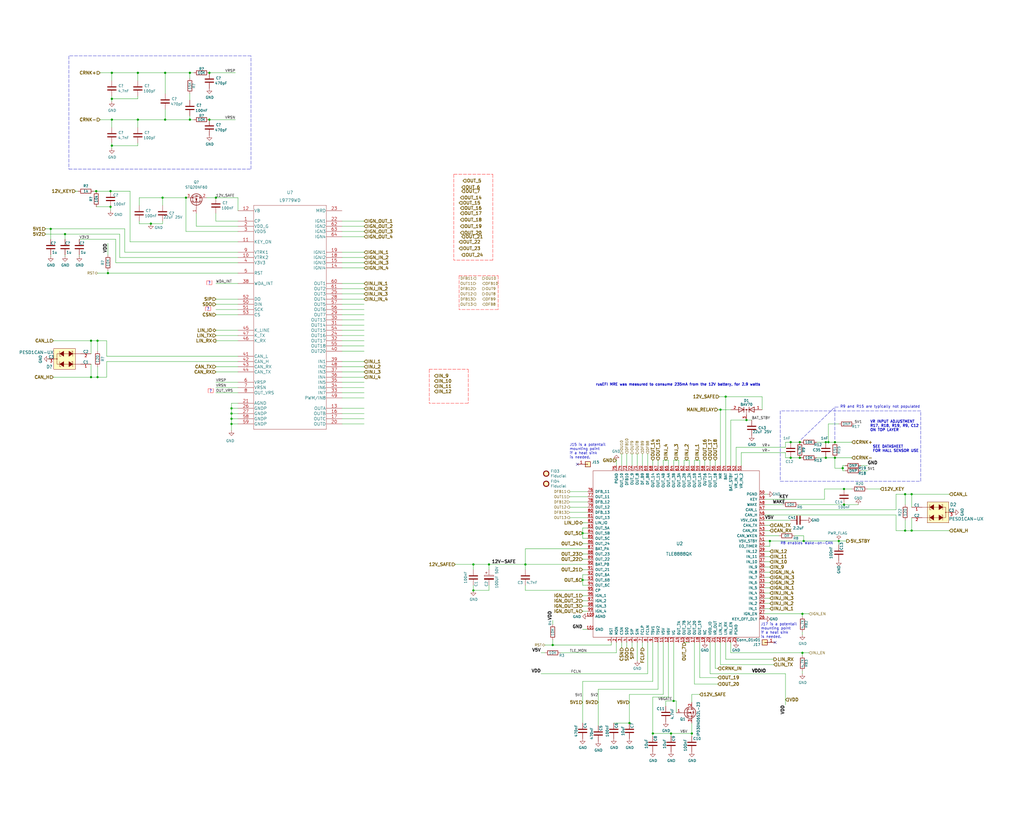
<source format=kicad_sch>
(kicad_sch (version 20211123) (generator eeschema)
  (paper "User" 499.999 399.999)
  (title_block (title "microRusEFI-2L") (date "2020-05-24") (rev "R0.5.2") (company "rusEFI.com") (comment 1 "Donald Becker") (comment 2 "AI6OD"))
  (junction (at 92.71 35.56))
  (junction (at 403.225 223.52))
  (junction (at 445.135 241.3))
  (junction (at 31.75 114.3))
  (junction (at 54.61 48.26))
  (junction (at 54.61 35.56))
  (junction (at 407.67 223.52))
  (junction (at 105.41 96.52))
  (junction (at 337.82 358.14))
  (junction (at 80.645 35.56))
  (junction (at 390.525 215.9))
  (junction (at 284.48 260.35))
  (junction (at 113.03 204.47))
  (junction (at 53.975 93.345))
  (junction (at 441.96 241.3))
  (junction (at 238.76 275.59))
  (junction (at 375.92 264.16))
  (junction (at 53.975 100.965))
  (junction (at 328.93 342.265))
  (junction (at 90.805 96.52))
  (junction (at 47.625 184.15))
  (junction (at 411.48 228.6))
  (junction (at 269.875 314.96))
  (junction (at 364.49 205.105))
  (junction (at 407.67 215.9))
  (junction (at 80.645 58.42))
  (junction (at 102.235 35.56))
  (junction (at 386.08 223.52))
  (junction (at 92.71 58.42))
  (junction (at 307.34 353.06))
  (junction (at 412.115 238.76))
  (junction (at 44.45 166.37))
  (junction (at 113.03 207.01))
  (junction (at 327.66 358.14))
  (junction (at 284.48 283.21))
  (junction (at 231.14 275.59))
  (junction (at 67.31 35.56))
  (junction (at 54.61 58.42))
  (junction (at 392.43 264.16))
  (junction (at 441.96 259.08))
  (junction (at 386.08 215.9))
  (junction (at 354.33 193.675))
  (junction (at 256.54 275.59))
  (junction (at 391.795 318.77))
  (junction (at 44.45 184.15))
  (junction (at 391.795 299.72))
  (junction (at 54.61 71.12))
  (junction (at 318.77 358.14))
  (junction (at 412.115 246.38))
  (junction (at 24.765 111.76))
  (junction (at 47.625 166.37))
  (junction (at 79.375 96.52))
  (junction (at 351.79 200.025))
  (junction (at 403.225 215.9))
  (junction (at 113.03 199.39))
  (junction (at 52.705 133.35))
  (junction (at 390.525 223.52))
  (junction (at 46.99 93.345))
  (junction (at 73.66 109.22))
  (junction (at 67.31 58.42))
  (junction (at 113.03 201.93))
  (junction (at 102.235 58.42))
  (junction (at 231.14 288.29))
  (junction (at 404.495 215.9))
  (junction (at 409.575 264.16))
  (junction (at 445.135 259.08))
  (no_connect (at 281.94 226.695))
  (no_connect (at 378.46 313.69))
  (wire (pts (xy 67.945 96.52) (xy 67.945 100.33)))
  (wire (pts (xy 287.02 242.57) (xy 278.13 242.57)))
  (wire (pts (xy 313.69 313.69) (xy 313.69 316.23)))
  (wire (pts (xy 231.14 288.29) (xy 231.14 285.75)))
  (wire (pts (xy 306.07 313.69) (xy 306.07 316.23)))
  (wire (pts (xy 284.48 290.83) (xy 287.02 290.83)))
  (wire (pts (xy 351.79 227.33) (xy 351.79 200.025)))
  (wire (pts (xy 278.13 245.11) (xy 287.02 245.11)))
  (wire (pts (xy 349.25 224.79) (xy 349.25 227.33)))
  (wire (pts (xy 167.005 138.43) (xy 177.8 138.43)))
  (polyline (pts (xy 240.665 127) (xy 221.615 127)) (stroke (width 0) (color 255 0 0 1)))
  (wire (pts (xy 337.82 339.09) (xy 337.82 342.9)))
  (wire (pts (xy 79.375 96.52) (xy 79.375 100.33)))
  (polyline (pts (xy 103.505 137.16) (xy 103.505 139.065)) (stroke (width 0) (color 255 0 0 1)))
  (wire (pts (xy 287.02 255.27) (xy 284.48 255.27)))
  (wire (pts (xy 52.07 166.37) (xy 47.625 166.37)))
  (wire (pts (xy 318.77 358.14) (xy 318.77 340.36)))
  (polyline (pts (xy 100.965 137.16) (xy 103.505 137.16)) (stroke (width 0) (color 255 0 0 1)))
  (wire (pts (xy 52.07 173.99) (xy 52.07 166.37)))
  (wire (pts (xy 284.48 293.37) (xy 287.02 293.37)))
  (wire (pts (xy 354.33 321.945) (xy 354.33 313.69)))
  (wire (pts (xy 318.77 340.36) (xy 326.39 340.36)))
  (wire (pts (xy 105.41 166.37) (xy 116.205 166.37)))
  (wire (pts (xy 116.205 176.53) (xy 52.07 176.53)))
  (wire (pts (xy 284.48 260.35) (xy 287.02 260.35)))
  (polyline (pts (xy 102.87 151.765) (xy 100.33 151.765)) (stroke (width 0) (color 255 0 0 1)))
  (wire (pts (xy 67.31 58.42) (xy 67.31 62.23)))
  (wire (pts (xy 54.61 71.12) (xy 54.61 69.85)))
  (wire (pts (xy 54.61 58.42) (xy 67.31 58.42)))
  (wire (pts (xy 167.005 151.13) (xy 177.8 151.13)))
  (wire (pts (xy 298.45 313.69) (xy 298.45 314.96)))
  (polyline (pts (xy 101.6 189.865) (xy 104.14 189.865)) (stroke (width 0) (color 255 0 0 1)))
  (wire (pts (xy 167.005 140.97) (xy 177.8 140.97)))
  (wire (pts (xy 24.13 175.26) (xy 23.749 175.26)))
  (wire (pts (xy 22.225 114.3) (xy 31.75 114.3)))
  (wire (pts (xy 269.875 302.895) (xy 269.875 304.8)))
  (wire (pts (xy 445.135 259.08) (xy 445.135 252.73)))
  (wire (pts (xy 382.27 246.38) (xy 373.38 246.38)))
  (wire (pts (xy 284.48 332.74) (xy 284.48 353.06)))
  (wire (pts (xy 373.38 264.16) (xy 375.92 264.16)))
  (wire (pts (xy 44.45 184.15) (xy 26.035 184.15)))
  (wire (pts (xy 441.96 259.08) (xy 445.135 259.08)))
  (wire (pts (xy 90.805 96.52) (xy 79.375 96.52)))
  (wire (pts (xy 167.005 186.69) (xy 177.8 186.69)))
  (wire (pts (xy 411.48 228.6) (xy 411.48 229.87)))
  (wire (pts (xy 167.005 181.61) (xy 177.8 181.61)))
  (wire (pts (xy 351.79 200.025) (xy 350.52 200.025)))
  (wire (pts (xy 44.45 166.37) (xy 26.035 166.37)))
  (wire (pts (xy 341.63 227.33) (xy 341.63 224.79)))
  (wire (pts (xy 287.02 307.34) (xy 284.48 307.34)))
  (wire (pts (xy 402.59 238.76) (xy 412.115 238.76)))
  (wire (pts (xy 52.705 118.745) (xy 52.705 124.46)))
  (wire (pts (xy 80.645 35.56) (xy 80.645 45.72)))
  (wire (pts (xy 287.02 285.75) (xy 284.48 285.75)))
  (wire (pts (xy 321.31 336.55) (xy 292.1 336.55)))
  (polyline (pts (xy 100.33 149.86) (xy 100.33 151.765)) (stroke (width 0) (color 255 0 0 1)))
  (wire (pts (xy 284.48 280.67) (xy 287.02 280.67)))
  (wire (pts (xy 287.02 240.03) (xy 278.13 240.03)))
  (wire (pts (xy 79.375 109.22) (xy 79.375 107.95)))
  (wire (pts (xy 326.39 227.33) (xy 326.39 224.79)))
  (wire (pts (xy 167.005 113.03) (xy 177.8 113.03)))
  (wire (pts (xy 269.875 314.96) (xy 266.065 314.96)))
  (wire (pts (xy 54.61 48.26) (xy 67.31 48.26)))
  (wire (pts (xy 167.005 163.83) (xy 177.8 163.83)))
  (wire (pts (xy 392.43 261.62) (xy 392.43 264.16)))
  (wire (pts (xy 167.005 184.15) (xy 177.8 184.15)))
  (wire (pts (xy 287.02 265.43) (xy 284.48 265.43)))
  (wire (pts (xy 287.02 250.19) (xy 278.13 250.19)))
  (wire (pts (xy 167.005 199.39) (xy 177.8 199.39)))
  (wire (pts (xy 407.67 215.9) (xy 415.925 215.9)))
  (wire (pts (xy 389.89 246.38) (xy 412.115 246.38)))
  (wire (pts (xy 373.38 251.46) (xy 437.515 251.46)))
  (wire (pts (xy 284.48 295.91) (xy 287.02 295.91)))
  (wire (pts (xy 321.31 313.69) (xy 321.31 336.55)))
  (polyline (pts (xy 100.33 149.86) (xy 102.87 149.86)) (stroke (width 0) (color 255 0 0 1)))
  (wire (pts (xy 308.61 313.69) (xy 308.61 316.23)))
  (wire (pts (xy 337.82 358.14) (xy 337.82 359.41)))
  (wire (pts (xy 346.71 224.79) (xy 346.71 227.33)))
  (wire (pts (xy 47.625 166.37) (xy 44.45 166.37)))
  (wire (pts (xy 167.005 168.91) (xy 177.8 168.91)))
  (wire (pts (xy 48.895 35.56) (xy 54.61 35.56)))
  (polyline (pts (xy 101.6 189.865) (xy 101.6 191.77)) (stroke (width 0) (color 255 0 0 1)))
  (polyline (pts (xy 391.16 214.63) (xy 407.67 198.755)))
  (polyline (pts (xy 221.615 85.09) (xy 221.615 127)) (stroke (width 0) (color 255 0 0 1)))
  (wire (pts (xy 403.225 223.52) (xy 407.67 223.52)))
  (wire (pts (xy 326.39 224.79) (xy 323.85 224.79)))
  (wire (pts (xy 102.235 58.42) (xy 114.935 58.42)))
  (wire (pts (xy 67.31 35.56) (xy 80.645 35.56)))
  (wire (pts (xy 266.065 318.77) (xy 264.16 318.77)))
  (wire (pts (xy 92.71 58.42) (xy 92.71 56.515)))
  (polyline (pts (xy 104.14 191.77) (xy 101.6 191.77)) (stroke (width 0) (color 255 0 0 1)))
  (wire (pts (xy 339.09 313.69) (xy 339.09 334.01)))
  (wire (pts (xy 328.93 342.265) (xy 330.2 342.265)))
  (wire (pts (xy 256.54 288.29) (xy 256.54 285.75)))
  (wire (pts (xy 316.23 221.615) (xy 316.23 227.33)))
  (wire (pts (xy 105.41 179.07) (xy 116.205 179.07)))
  (wire (pts (xy 167.005 179.07) (xy 177.8 179.07)))
  (wire (pts (xy 105.41 146.05) (xy 116.205 146.05)))
  (wire (pts (xy 390.525 215.9) (xy 391.16 215.9)))
  (polyline (pts (xy 209.55 180.34) (xy 209.55 196.85)) (stroke (width 0) (color 255 0 0 1)))
  (wire (pts (xy 116.205 113.03) (xy 90.805 113.03)))
  (wire (pts (xy 284.48 285.75) (xy 284.48 283.21)))
  (wire (pts (xy 318.77 224.79) (xy 318.77 227.33)))
  (wire (pts (xy 278.13 247.65) (xy 287.02 247.65)))
  (wire (pts (xy 318.77 313.69) (xy 318.77 332.74)))
  (wire (pts (xy 222.25 275.59) (xy 231.14 275.59)))
  (wire (pts (xy 321.31 224.79) (xy 321.31 227.33)))
  (wire (pts (xy 284.48 273.05) (xy 287.02 273.05)))
  (wire (pts (xy 373.38 299.72) (xy 391.795 299.72)))
  (wire (pts (xy 373.38 287.02) (xy 375.92 287.02)))
  (wire (pts (xy 411.48 227.33) (xy 412.75 227.33)))
  (wire (pts (xy 386.08 215.9) (xy 390.525 215.9)))
  (wire (pts (xy 328.93 313.69) (xy 328.93 342.265)))
  (wire (pts (xy 339.09 334.01) (xy 350.52 334.01)))
  (wire (pts (xy 383.54 220.98) (xy 383.54 223.52)))
  (wire (pts (xy 167.005 153.67) (xy 177.8 153.67)))
  (wire (pts (xy 349.25 313.69) (xy 349.25 326.39)))
  (polyline (pts (xy 228.6 180.34) (xy 228.6 196.85)) (stroke (width 0) (color 255 0 0 1)))
  (wire (pts (xy 398.78 215.9) (xy 403.225 215.9)))
  (wire (pts (xy 331.47 227.33) (xy 331.47 224.79)))
  (wire (pts (xy 373.38 276.86) (xy 375.92 276.86)))
  (wire (pts (xy 323.85 224.79) (xy 323.85 227.33)))
  (wire (pts (xy 113.03 201.93) (xy 113.03 204.47)))
  (wire (pts (xy 373.38 271.78) (xy 375.92 271.78)))
  (polyline (pts (xy 209.55 180.34) (xy 228.6 180.34)) (stroke (width 0) (color 255 0 0 1)))
  (wire (pts (xy 409.575 264.16) (xy 413.385 264.16)))
  (wire (pts (xy 339.09 224.79) (xy 339.09 227.33)))
  (wire (pts (xy 113.03 199.39) (xy 113.03 201.93)))
  (wire (pts (xy 54.61 48.26) (xy 54.61 49.53)))
  (wire (pts (xy 337.82 339.09) (xy 341.63 339.09)))
  (wire (pts (xy 341.63 313.69) (xy 341.63 330.835)))
  (wire (pts (xy 100.965 96.52) (xy 105.41 96.52)))
  (wire (pts (xy 167.005 161.29) (xy 177.8 161.29)))
  (wire (pts (xy 307.34 339.09) (xy 323.85 339.09)))
  (wire (pts (xy 423.545 227.33) (xy 420.37 227.33)))
  (wire (pts (xy 344.17 224.79) (xy 344.17 227.33)))
  (wire (pts (xy 167.005 166.37) (xy 177.8 166.37)))
  (polyline (pts (xy 33.655 82.55) (xy 122.555 82.55)))
  (wire (pts (xy 287.02 283.21) (xy 284.48 283.21)))
  (wire (pts (xy 327.66 359.41) (xy 327.66 358.14)))
  (wire (pts (xy 323.85 313.69) (xy 323.85 339.09)))
  (wire (pts (xy 299.72 353.06) (xy 307.34 353.06)))
  (wire (pts (xy 44.45 184.15) (xy 44.45 177.8)))
  (polyline (pts (xy 407.67 214.63) (xy 407.67 198.755)))
  (wire (pts (xy 45.72 93.345) (xy 46.99 93.345)))
  (wire (pts (xy 54.61 71.12) (xy 54.61 72.39)))
  (wire (pts (xy 300.99 227.33) (xy 300.99 224.79)))
  (wire (pts (xy 44.45 166.37) (xy 44.45 172.72)))
  (wire (pts (xy 113.03 201.93) (xy 116.205 201.93)))
  (wire (pts (xy 24.765 111.76) (xy 60.96 111.76)))
  (wire (pts (xy 407.67 223.52) (xy 407.67 228.6)))
  (wire (pts (xy 105.41 148.59) (xy 116.205 148.59)))
  (wire (pts (xy 167.005 194.31) (xy 177.8 194.31)))
  (wire (pts (xy 373.38 259.08) (xy 375.92 259.08)))
  (wire (pts (xy 404.495 207.01) (xy 404.495 215.9)))
  (wire (pts (xy 167.005 143.51) (xy 177.8 143.51)))
  (wire (pts (xy 364.49 205.105) (xy 367.03 205.105)))
  (wire (pts (xy 116.205 96.52) (xy 116.205 102.87)))
  (polyline (pts (xy 33.655 27.305) (xy 33.655 82.55)))
  (wire (pts (xy 373.38 294.64) (xy 375.92 294.64)))
  (wire (pts (xy 167.005 125.73) (xy 177.8 125.73)))
  (wire (pts (xy 105.41 181.61) (xy 116.205 181.61)))
  (wire (pts (xy 445.135 241.3) (xy 445.135 247.65)))
  (wire (pts (xy 359.41 218.44) (xy 383.54 218.44)))
  (wire (pts (xy 391.795 320.04) (xy 391.795 318.77)))
  (wire (pts (xy 167.005 156.21) (xy 177.8 156.21)))
  (wire (pts (xy 359.41 218.44) (xy 359.41 227.33)))
  (wire (pts (xy 167.005 123.19) (xy 177.8 123.19)))
  (polyline (pts (xy 228.6 196.85) (xy 209.55 196.85)) (stroke (width 0) (color 255 0 0 1)))
  (wire (pts (xy 113.03 196.85) (xy 113.03 199.39)))
  (wire (pts (xy 300.99 313.69) (xy 300.99 318.77)))
  (wire (pts (xy 398.78 223.52) (xy 403.225 223.52)))
  (wire (pts (xy 390.525 223.52) (xy 391.16 223.52)))
  (wire (pts (xy 372.11 193.675) (xy 354.33 193.675)))
  (wire (pts (xy 256.54 275.59) (xy 256.54 267.97)))
  (wire (pts (xy 318.77 358.14) (xy 318.77 359.41)))
  (wire (pts (xy 327.66 358.14) (xy 337.82 358.14)))
  (wire (pts (xy 56.515 116.84) (xy 56.515 128.27)))
  (wire (pts (xy 105.41 96.52) (xy 116.205 96.52)))
  (wire (pts (xy 311.15 221.615) (xy 311.15 227.33)))
  (wire (pts (xy 80.645 58.42) (xy 80.645 53.34)))
  (wire (pts (xy 256.54 288.29) (xy 287.02 288.29)))
  (wire (pts (xy 287.02 262.89) (xy 284.48 262.89)))
  (wire (pts (xy 409.575 266.065) (xy 409.575 264.16)))
  (wire (pts (xy 167.005 201.93) (xy 177.8 201.93)))
  (wire (pts (xy 316.23 313.69) (xy 316.23 328.93)))
  (wire (pts (xy 67.31 71.12) (xy 67.31 69.85)))
  (wire (pts (xy 437.515 251.46) (xy 437.515 259.08)))
  (polyline (pts (xy 240.665 85.09) (xy 240.665 127)) (stroke (width 0) (color 255 0 0 1)))
  (polyline (pts (xy 243.205 151.13) (xy 224.155 151.13)) (stroke (width 0) (color 255 0 0 1)))
  (wire (pts (xy 437.515 241.3) (xy 437.515 248.92)))
  (polyline (pts (xy 100.965 137.16) (xy 100.965 139.065)) (stroke (width 0) (color 255 0 0 1)))
  (wire (pts (xy 52.07 184.15) (xy 47.625 184.15)))
  (wire (pts (xy 441.96 254) (xy 441.96 259.08)))
  (wire (pts (xy 411.48 228.6) (xy 407.67 228.6)))
  (wire (pts (xy 391.795 299.72) (xy 394.97 299.72)))
  (wire (pts (xy 167.005 176.53) (xy 177.8 176.53)))
  (wire (pts (xy 303.53 313.69) (xy 303.53 316.23)))
  (wire (pts (xy 80.645 58.42) (xy 92.71 58.42)))
  (wire (pts (xy 373.38 256.54) (xy 375.92 256.54)))
  (wire (pts (xy 167.005 107.95) (xy 177.8 107.95)))
  (wire (pts (xy 373.38 297.18) (xy 375.92 297.18)))
  (wire (pts (xy 47.625 133.35) (xy 52.705 133.35)))
  (wire (pts (xy 404.495 207.01) (xy 409.575 207.01)))
  (wire (pts (xy 60.96 123.19) (xy 60.96 111.76)))
  (wire (pts (xy 90.805 113.03) (xy 90.805 96.52)))
  (wire (pts (xy 307.34 353.06) (xy 307.34 339.09)))
  (wire (pts (xy 373.38 243.84) (xy 402.59 243.84)))
  (wire (pts (xy 256.54 275.59) (xy 256.54 278.13)))
  (wire (pts (xy 326.39 313.69) (xy 326.39 340.36)))
  (polyline (pts (xy 449.58 200.66) (xy 381 200.66)))
  (wire (pts (xy 52.705 133.35) (xy 116.205 133.35)))
  (wire (pts (xy 167.005 146.05) (xy 177.8 146.05)))
  (wire (pts (xy 167.005 130.81) (xy 177.8 130.81)))
  (wire (pts (xy 231.14 275.59) (xy 238.76 275.59)))
  (wire (pts (xy 58.42 114.3) (xy 58.42 125.73)))
  (wire (pts (xy 63.5 118.11) (xy 63.5 93.345)))
  (wire (pts (xy 95.885 110.49) (xy 95.885 104.14)))
  (wire (pts (xy 273.685 318.77) (xy 300.99 318.77)))
  (wire (pts (xy 47.625 171.45) (xy 47.625 166.37)))
  (wire (pts (xy 284.48 262.89) (xy 284.48 260.35)))
  (wire (pts (xy 373.38 266.7) (xy 375.92 266.7)))
  (wire (pts (xy 284.48 298.45) (xy 287.02 298.45)))
  (wire (pts (xy 116.205 173.99) (xy 52.07 173.99)))
  (wire (pts (xy 356.87 205.105) (xy 356.87 227.33)))
  (wire (pts (xy 441.96 246.38) (xy 441.96 241.3)))
  (wire (pts (xy 53.975 100.965) (xy 53.975 102.87)))
  (wire (pts (xy 24.765 125.095) (xy 24.765 124.46)))
  (wire (pts (xy 336.55 224.79) (xy 334.01 224.79)))
  (wire (pts (xy 167.005 128.27) (xy 177.8 128.27)))
  (wire (pts (xy 403.225 215.9) (xy 404.495 215.9)))
  (wire (pts (xy 391.795 318.77) (xy 394.97 318.77)))
  (wire (pts (xy 373.38 279.4) (xy 375.92 279.4)))
  (wire (pts (xy 113.03 199.39) (xy 116.205 199.39)))
  (wire (pts (xy 356.87 313.69) (xy 356.87 318.77)))
  (wire (pts (xy 373.38 241.3) (xy 374.65 241.3)))
  (wire (pts (xy 113.03 204.47) (xy 116.205 204.47)))
  (wire (pts (xy 441.96 241.3) (xy 445.135 241.3)))
  (wire (pts (xy 54.61 35.56) (xy 54.61 39.37)))
  (wire (pts (xy 31.75 114.3) (xy 31.75 116.84)))
  (wire (pts (xy 465.455 250.19) (xy 465.836 250.19)))
  (wire (pts (xy 56.515 128.27) (xy 116.205 128.27)))
  (wire (pts (xy 167.005 158.75) (xy 177.8 158.75)))
  (wire (pts (xy 116.205 196.85) (xy 113.03 196.85)))
  (wire (pts (xy 313.69 221.615) (xy 313.69 227.33)))
  (wire (pts (xy 437.515 259.08) (xy 441.96 259.08)))
  (wire (pts (xy 373.38 274.32) (xy 375.92 274.32)))
  (polyline (pts (xy 122.555 82.55) (xy 122.555 27.305)))
  (wire (pts (xy 167.005 207.01) (xy 177.8 207.01)))
  (wire (pts (xy 383.54 215.9) (xy 386.08 215.9)))
  (wire (pts (xy 105.41 191.77) (xy 116.205 191.77)))
  (wire (pts (xy 402.59 243.84) (xy 402.59 238.76)))
  (wire (pts (xy 38.735 124.46) (xy 38.735 125.095)))
  (wire (pts (xy 238.76 288.29) (xy 231.14 288.29)))
  (wire (pts (xy 105.41 163.83) (xy 116.205 163.83)))
  (wire (pts (xy 54.61 35.56) (xy 67.31 35.56)))
  (wire (pts (xy 373.38 292.1) (xy 375.92 292.1)))
  (wire (pts (xy 92.71 45.72) (xy 92.71 48.895)))
  (polyline (pts (xy 224.155 134.62) (xy 243.205 134.62)) (stroke (width 0) (color 255 0 0 1)))
  (wire (pts (xy 306.07 221.615) (xy 306.07 227.33)))
  (wire (pts (xy 113.03 207.01) (xy 116.205 207.01)))
  (wire (pts (xy 392.43 264.16) (xy 409.575 264.16)))
  (wire (pts (xy 356.87 205.105) (xy 364.49 205.105)))
  (wire (pts (xy 287.02 275.59) (xy 256.54 275.59)))
  (wire (pts (xy 278.13 252.73) (xy 287.02 252.73)))
  (wire (pts (xy 330.2 342.265) (xy 330.2 347.98)))
  (wire (pts (xy 373.38 281.94) (xy 375.92 281.94)))
  (polyline (pts (xy 122.555 27.305) (xy 33.655 27.305)))
  (wire (pts (xy 105.41 107.95) (xy 105.41 104.14)))
  (wire (pts (xy 383.54 223.52) (xy 386.08 223.52)))
  (wire (pts (xy 256.54 267.97) (xy 287.02 267.97)))
  (wire (pts (xy 52.705 133.35) (xy 52.705 132.08)))
  (wire (pts (xy 412.115 246.38) (xy 419.1 246.38)))
  (wire (pts (xy 373.38 269.24) (xy 375.92 269.24)))
  (wire (pts (xy 47.625 179.07) (xy 47.625 184.15)))
  (wire (pts (xy 92.71 58.42) (xy 94.615 58.42)))
  (wire (pts (xy 373.38 261.62) (xy 380.365 261.62)))
  (wire (pts (xy 58.42 125.73) (xy 116.205 125.73)))
  (polyline (pts (xy 243.205 134.62) (xy 243.205 151.13)) (stroke (width 0) (color 255 0 0 1)))
  (wire (pts (xy 48.895 58.42) (xy 54.61 58.42)))
  (wire (pts (xy 167.005 171.45) (xy 177.8 171.45)))
  (wire (pts (xy 284.48 283.21) (xy 284.48 280.67)))
  (wire (pts (xy 167.005 110.49) (xy 177.8 110.49)))
  (polyline (pts (xy 381 200.66) (xy 381 234.95)))
  (wire (pts (xy 105.41 161.29) (xy 116.205 161.29)))
  (wire (pts (xy 284.48 278.13) (xy 287.02 278.13)))
  (wire (pts (xy 31.75 124.46) (xy 31.75 125.095)))
  (wire (pts (xy 73.66 109.22) (xy 79.375 109.22)))
  (wire (pts (xy 373.38 254) (xy 386.08 254)))
  (wire (pts (xy 113.03 207.01) (xy 113.03 210.185)))
  (wire (pts (xy 391.795 309.88) (xy 391.795 308.61)))
  (wire (pts (xy 412.115 238.76) (xy 415.925 238.76)))
  (wire (pts (xy 238.76 278.13) (xy 238.76 275.59)))
  (wire (pts (xy 346.71 313.69) (xy 346.71 328.93)))
  (wire (pts (xy 391.795 300.99) (xy 391.795 299.72)))
  (wire (pts (xy 361.95 220.98) (xy 361.95 227.33)))
  (wire (pts (xy 351.79 313.69) (xy 351.79 324.485)))
  (wire (pts (xy 67.945 109.22) (xy 73.66 109.22)))
  (wire (pts (xy 31.75 114.3) (xy 58.42 114.3)))
  (wire (pts (xy 354.33 193.675) (xy 354.33 227.33)))
  (wire (pts (xy 67.31 58.42) (xy 80.645 58.42)))
  (wire (pts (xy 167.005 191.77) (xy 177.8 191.77)))
  (wire (pts (xy 373.38 284.48) (xy 375.92 284.48)))
  (wire (pts (xy 351.79 200.025) (xy 356.87 200.025)))
  (wire (pts (xy 231.14 278.13) (xy 231.14 275.59)))
  (wire (pts (xy 298.45 314.96) (xy 269.875 314.96)))
  (wire (pts (xy 102.235 35.56) (xy 114.935 35.56)))
  (wire (pts (xy 46.99 93.345) (xy 53.975 93.345)))
  (wire (pts (xy 116.205 110.49) (xy 95.885 110.49)))
  (wire (pts (xy 411.48 229.87) (xy 412.75 229.87)))
  (wire (pts (xy 404.495 215.9) (xy 407.67 215.9)))
  (wire (pts (xy 341.63 224.79) (xy 339.09 224.79)))
  (wire (pts (xy 105.41 153.67) (xy 116.205 153.67)))
  (wire (pts (xy 54.61 48.26) (xy 54.61 46.99)))
  (wire (pts (xy 407.67 223.52) (xy 415.925 223.52)))
  (wire (pts (xy 334.01 313.69) (xy 336.55 313.69)))
  (wire (pts (xy 445.135 259.08) (xy 463.55 259.08)))
  (wire (pts (xy 54.61 58.42) (xy 54.61 62.23)))
  (wire (pts (xy 331.47 224.79) (xy 328.93 224.79)))
  (wire (pts (xy 46.99 100.965) (xy 53.975 100.965)))
  (polyline (pts (xy 381 234.95) (xy 449.58 234.95)))
  (wire (pts (xy 167.005 148.59) (xy 177.8 148.59)))
  (wire (pts (xy 80.645 35.56) (xy 92.71 35.56)))
  (wire (pts (xy 373.38 289.56) (xy 375.92 289.56)))
  (polyline (pts (xy 103.505 139.065) (xy 100.965 139.065)) (stroke (width 0) (color 255 0 0 1)))
  (wire (pts (xy 372.11 200.025) (xy 372.11 193.675)))
  (wire (pts (xy 63.5 93.345) (xy 53.975 93.345)))
  (wire (pts (xy 375.92 266.7) (xy 375.92 264.16)))
  (wire (pts (xy 375.92 264.16) (xy 392.43 264.16)))
  (wire (pts (xy 116.205 123.19) (xy 60.96 123.19)))
  (wire (pts (xy 284.48 257.81) (xy 284.48 260.35)))
  (wire (pts (xy 354.33 321.945) (xy 377.825 321.945)))
  (wire (pts (xy 238.76 285.75) (xy 238.76 288.29)))
  (wire (pts (xy 38.735 116.84) (xy 56.515 116.84)))
  (wire (pts (xy 351.79 324.485) (xy 377.825 324.485)))
  (wire (pts (xy 346.71 328.93) (xy 383.54 328.93)))
  (wire (pts (xy 167.005 204.47) (xy 177.8 204.47)))
  (wire (pts (xy 383.54 328.93) (xy 383.54 344.17)))
  (wire (pts (xy 287.02 257.81) (xy 284.48 257.81)))
  (wire (pts (xy 423.545 229.87) (xy 420.37 229.87)))
  (wire (pts (xy 445.135 241.3) (xy 463.55 241.3)))
  (wire (pts (xy 36.83 93.345) (xy 38.1 93.345)))
  (wire (pts (xy 47.625 184.15) (xy 44.45 184.15)))
  (wire (pts (xy 113.03 204.47) (xy 113.03 207.01)))
  (wire (pts (xy 116.205 107.95) (xy 105.41 107.95)))
  (polyline (pts (xy 407.67 198.755) (xy 409.575 198.755)))
  (polyline (pts (xy 221.615 85.09) (xy 240.665 85.09)) (stroke (width 0) (color 255 0 0 1)))
  (wire (pts (xy 167.005 115.57) (xy 177.8 115.57)))
  (wire (pts (xy 383.54 218.44) (xy 383.54 215.9)))
  (wire (pts (xy 292.1 354.33) (xy 292.1 336.55)))
  (wire (pts (xy 22.225 111.76) (xy 24.765 111.76)))
  (wire (pts (xy 387.985 261.62) (xy 392.43 261.62)))
  (wire (pts (xy 264.16 328.93) (xy 316.23 328.93)))
  (wire (pts (xy 308.61 221.615) (xy 308.61 227.33)))
  (wire (pts (xy 256.54 275.59) (xy 238.76 275.59)))
  (wire (pts (xy 423.545 238.76) (xy 429.895 238.76)))
  (wire (pts (xy 284.48 270.51) (xy 287.02 270.51)))
  (wire (pts (xy 79.375 96.52) (xy 67.945 96.52)))
  (wire (pts (xy 67.31 35.56) (xy 67.31 39.37)))
  (wire (pts (xy 284.48 332.74) (xy 318.77 332.74)))
  (wire (pts (xy 52.07 184.15) (xy 52.07 176.53)))
  (wire (pts (xy 354.33 193.675) (xy 351.155 193.675)))
  (polyline (pts (xy 449.58 234.95) (xy 449.58 200.66)))
  (polyline (pts (xy 102.87 149.86) (xy 102.87 151.765)) (stroke (width 0) (color 255 0 0 1)))
  (wire (pts (xy 67.31 48.26) (xy 67.31 46.99)))
  (wire (pts (xy 336.55 227.33) (xy 336.55 224.79)))
  (wire (pts (xy 391.795 328.93) (xy 391.795 327.66)))
  (wire (pts (xy 325.12 342.265) (xy 328.93 342.265)))
  (wire (pts (xy 116.205 118.11) (xy 63.5 118.11)))
  (wire (pts (xy 311.15 313.69) (xy 311.15 322.58)))
  (wire (pts (xy 303.53 221.615) (xy 303.53 227.33)))
  (wire (pts (xy 328.93 224.79) (xy 328.93 227.33)))
  (wire (pts (xy 318.77 358.14) (xy 327.66 358.14)))
  (wire (pts (xy 349.25 326.39) (xy 350.52 326.39)))
  (wire (pts (xy 411.48 227.33) (xy 411.48 228.6)))
  (wire (pts (xy 386.08 223.52) (xy 390.525 223.52)))
  (wire (pts (xy 92.71 35.56) (xy 94.615 35.56)))
  (wire (pts (xy 105.41 189.23) (xy 116.205 189.23)))
  (wire (pts (xy 92.71 35.56) (xy 92.71 38.1)))
  (wire (pts (xy 337.82 353.06) (xy 337.82 358.14)))
  (wire (pts (xy 356.87 318.77) (xy 391.795 318.77)))
  (wire (pts (xy 325.12 344.805) (xy 325.12 342.265)))
  (wire (pts (xy 105.41 151.13) (xy 116.205 151.13)))
  (wire (pts (xy 67.945 109.22) (xy 67.945 107.95)))
  (wire (pts (xy 334.01 224.79) (xy 334.01 227.33)))
  (wire (pts (xy 437.515 241.3) (xy 441.96 241.3)))
  (wire (pts (xy 105.41 186.69) (xy 116.205 186.69)))
  (wire (pts (xy 373.38 248.92) (xy 437.515 248.92)))
  (wire (pts (xy 361.95 220.98) (xy 383.54 220.98)))
  (polyline (pts (xy 224.155 134.62) (xy 224.155 151.13)) (stroke (width 0) (color 255 0 0 1)))
  (polyline (pts (xy 104.14 189.865) (xy 104.14 191.77)) (stroke (width 0) (color 255 0 0 1)))
  (wire (pts (xy 341.63 330.835) (xy 350.52 330.835)))
  (wire (pts (xy 105.41 138.43) (xy 116.205 138.43)))
  (wire (pts (xy 54.61 71.12) (xy 67.31 71.12)))
  (wire (pts (xy 167.005 189.23) (xy 177.8 189.23)))
  (wire (pts (xy 24.765 111.76) (xy 24.765 116.84)))
  (wire (pts (xy 269.875 312.42) (xy 269.875 314.96)))
  (text "?" (at 102.235 191.77 0) (effects (font (size 1.27 1.27)) (justify left bottom)))
  (text "?" (at 101.6 139.065 0) (effects (font (size 1.27 1.27)) (justify left bottom)))
  (text "?" (at 100.965 151.765 0) (effects (font (size 1.27 1.27)) (justify left bottom)))
  (text "J15 is a potentail \nmounting point \nif a heat sink \nis needed. " (at 278.13 224.155 0) (effects (font (size 1.27 1.27)) (justify left bottom)))
  (text "rusEFI MRE was measured to consume 235mA from the 12V battery, for 2.9 watts" (at 290.83 188.595 0) (effects (font (size 1.27 1.27) (thickness 0.254) bold) (justify left bottom)))
  (text "J17 is a potentail \nmounting point \nif a heat sink \nis needed. " (at 371.475 311.785 0) (effects (font (size 1.27 1.27)) (justify left bottom)))
  (text "R8 enables Wake-on-CAN" (at 381 266.065 0) (effects (font (size 1.27 1.27)) (justify left bottom)))
  (text "R9 and R15 are typically not populated" (at 410.21 199.39 0) (effects (font (size 1.27 1.27)) (justify left bottom)))
  (text "VR INPUT ADJUSTMENT\nR17, R18, R19, R9, C12\nON TOP LAYER" (at 424.815 210.82 0) (effects (font (size 1.27 1.27) (thickness 0.254) bold) (justify left bottom)))
  (text "SEE DATASHEET \nFOR HALL SENSOR USE" (at 426.085 220.98 0) (effects (font (size 1.27 1.27) (thickness 0.254) bold) (justify left bottom)))
  (label "5V1" (at 417.195 207.01 0))
  (label "V6GATE" (at 328.295 342.265 180))
  (label "VRSN" (at 114.935 58.42 180))
  (label "FCLN" (at 278.765 328.93 0))
  (label "V5V" (at 264.16 318.77 180) (effects (font (size 1.524 1.524) (thickness 0.3048) bold)))
  (label "5V1" (at 284.48 340.36 180))
  (label "GND" (at 284.48 307.34 180) (effects (font (size 1.524 1.524) (thickness 0.3048) bold)))
  (label "VDD" (at 52.705 118.745 270) (effects (font (size 1.524 1.524) (thickness 0.3048) bold)))
  (label "V5V" (at 373.38 254 0) (effects (font (size 1.524 1.524) (thickness 0.3048) bold)))
  (label "VRSN" (at 105.41 189.23 0))
  (label "VDD" (at 383.54 344.17 270) (effects (font (size 1.524 1.524) (thickness 0.3048) bold)))
  (label "VDDIO" (at 367.03 328.93 0) (effects (font (size 1.524 1.524) (thickness 0.3048) bold)))
  (label "V3V3" (at 38.735 116.84 0))
  (label "TLE_MON" (at 278.13 318.77 0))
  (label "WDA_INT" (at 105.41 138.43 0))
  (label "VRSP" (at 114.935 35.56 180))
  (label "VDDIO" (at 367.03 328.93 0) (effects (font (size 1.524 1.524) (thickness 0.3048) bold)))
  (label "VDD" (at 269.875 302.895 90) (effects (font (size 1.524 1.524) (thickness 0.3048) bold)))
  (label "VRSP" (at 105.41 186.69 0))
  (label "5V2" (at 292.1 340.36 180))
  (label "VR-" (at 372.11 220.98 0))
  (label "5V1" (at 423.545 229.87 0))
  (label "V6V" (at 332.105 358.14 0))
  (label "KEY" (at 380.365 243.84 0) (effects (font (size 1.524 1.524) (thickness 0.3048) bold)))
  (label "OUT_VRS" (at 105.41 191.77 0))
  (label "WAKE" (at 377.19 246.38 0) (effects (font (size 1.524 1.524) (thickness 0.3048) bold)))
  (label "12V-SAFE" (at 240.03 275.59 0) (effects (font (size 1.524 1.524) (thickness 0.3048) bold)))
  (label "VDD" (at 264.16 328.93 180) (effects (font (size 1.524 1.524) (thickness 0.3048) bold)))
  (label "12V_SAFE" (at 105.41 96.52 0))
  (label "GND" (at 423.545 227.33 0) (effects (font (size 1.524 1.524) (thickness 0.3048) bold)))
  (label "VR+" (at 372.11 218.44 0))
  (label "BAT_STBY" (at 367.03 205.105 0))
  (hierarchical_label "5V2" (shape input) (at 292.1 342.9 180) (effects (font (size 1.524 1.524) (thickness 0.3048) bold)))
  (hierarchical_label "DFB13" (shape input) (at 278.13 250.19 180))
  (hierarchical_label "OUT11" (shape input) (at 232.41 138.43 180))
  (hierarchical_label "IGN_IN_4" (shape input) (at 177.8 130.81 0) (effects (font (size 1.524 1.524) (thickness 0.3048) bold)))
  (hierarchical_label "IGN_IN_2" (shape input) (at 375.92 284.48 0) (effects (font (size 1.524 1.524) (thickness 0.3048) bold)))
  (hierarchical_label "5V1" (shape input) (at 284.48 342.9 180) (effects (font (size 1.524 1.524) (thickness 0.3048) bold)))
  (hierarchical_label "IGN_OUT_3" (shape input) (at 284.48 295.91 180) (effects (font (size 1.524 1.524) (thickness 0.3048) bold)))
  (hierarchical_label "OUT8" (shape output) (at 311.15 221.615 90))
  (hierarchical_label "OUT_5" (shape input) (at 284.48 260.35 180) (effects (font (size 1.524 1.524) (thickness 0.3048) bold)))
  (hierarchical_label "SIP" (shape input) (at 308.61 316.23 270) (effects (font (size 1.524 1.524) (thickness 0.3048) bold)))
  (hierarchical_label "INJ_EN" (shape input) (at 394.97 318.77 0))
  (hierarchical_label "INJ_IN_2" (shape input) (at 177.8 140.97 0) (effects (font (size 1.524 1.524) (thickness 0.3048) bold)))
  (hierarchical_label "INJ_IN_3" (shape input) (at 177.8 143.51 0) (effects (font (size 1.524 1.524) (thickness 0.3048) bold)))
  (hierarchical_label "5V_STBY" (shape output) (at 413.385 264.16 0) (effects (font (size 1.524 1.524) (thickness 0.3048) bold)))
  (hierarchical_label "GND" (shape input) (at 300.99 224.79 180) (effects (font (size 1.524 1.524) (thickness 0.3048) bold)))
  (hierarchical_label "OUT_14" (shape input) (at 318.77 224.79 90) (effects (font (size 1.524 1.524) (thickness 0.3048) bold)))
  (hierarchical_label "IGN_IN_3" (shape input) (at 177.8 128.27 0) (effects (font (size 1.524 1.524) (thickness 0.3048) bold)))
  (hierarchical_label "IGN_OUT_2" (shape input) (at 284.48 293.37 180) (effects (font (size 1.524 1.524) (thickness 0.3048) bold)))
  (hierarchical_label "OUT9" (shape output) (at 308.61 221.615 90))
  (hierarchical_label "IGN_EN" (shape input) (at 394.97 299.72 0))
  (hierarchical_label "OUT_17" (shape input) (at 346.71 224.79 90) (effects (font (size 1.524 1.524) (thickness 0.3048) bold)))
  (hierarchical_label "IGN_IN_1" (shape input) (at 375.92 287.02 0) (effects (font (size 1.524 1.524) (thickness 0.3048) bold)))
  (hierarchical_label "IGN_OUT_2" (shape input) (at 177.8 110.49 0) (effects (font (size 1.524 1.524) (thickness 0.3048) bold)))
  (hierarchical_label "SDO" (shape input) (at 105.41 148.59 180) (effects (font (size 1.524 1.524) (thickness 0.3048) bold)))
  (hierarchical_label "IGN_IN_4" (shape input) (at 375.92 279.4 0) (effects (font (size 1.524 1.524) (thickness 0.3048) bold)))
  (hierarchical_label "OUT_19" (shape input) (at 350.52 330.835 0) (effects (font (size 1.524 1.524) (thickness 0.3048) bold)))
  (hierarchical_label "OUT_18" (shape input) (at 224.79 107.315 0) (effects (font (size 1.524 1.524) (thickness 0.3048) bold)))
  (hierarchical_label "SIP" (shape input) (at 105.41 146.05 180) (effects (font (size 1.524 1.524) (thickness 0.3048) bold)))
  (hierarchical_label "DFB11" (shape output) (at 232.41 135.89 180))
  (hierarchical_label "CRNK+" (shape input) (at 415.925 215.9 0) (effects (font (size 1.524 1.524) (thickness 0.3048) bold)))
  (hierarchical_label "CAN_L" (shape input) (at 463.55 241.3 0) (effects (font (size 1.524 1.524) (thickness 0.3048) bold)))
  (hierarchical_label "IN_11" (shape input) (at 212.09 188.595 0) (effects (font (size 1.524 1.524) (thickness 0.3048) bold)))
  (hierarchical_label "INJ_2" (shape input) (at 335.28 224.79 90) (effects (font (size 1.524 1.524) (thickness 0.3048) bold)))
  (hierarchical_label "OUT_6" (shape input) (at 284.48 283.21 180) (effects (font (size 1.524 1.524) (thickness 0.3048) bold)))
  (hierarchical_label "INJ_3" (shape input) (at 177.8 181.61 0) (effects (font (size 1.524 1.524) (thickness 0.3048) bold)))
  (hierarchical_label "CAN_RX" (shape input) (at 375.92 259.08 0) (effects (font (size 1.524 1.524) (thickness 0.3048) bold)))
  (hierarchical_label "OUT_17" (shape input) (at 224.79 104.14 0) (effects (font (size 1.524 1.524) (thickness 0.3048) bold)))
  (hierarchical_label "OUT_23" (shape input) (at 284.48 270.51 180) (effects (font (size 1.524 1.524) (thickness 0.3048) bold)))
  (hierarchical_label "INJ_1" (shape input) (at 340.36 224.79 90) (effects (font (size 1.524 1.524) (thickness 0.3048) bold)))
  (hierarchical_label "OUT_23" (shape input) (at 224.155 121.285 0) (effects (font (size 1.524 1.524) (thickness 0.3048) bold)))
  (hierarchical_label "CRNK+" (shape input) (at 48.895 35.56 180) (effects (font (size 1.524 1.524) (thickness 0.3048) bold)))
  (hierarchical_label "IN_9" (shape input) (at 212.09 183.515 0) (effects (font (size 1.524 1.524) (thickness 0.3048) bold)))
  (hierarchical_label "OUT_20" (shape input) (at 350.52 334.01 0) (effects (font (size 1.524 1.524) (thickness 0.3048) bold)))
  (hierarchical_label "INJ_IN_1" (shape input) (at 375.92 297.18 0) (effects (font (size 1.524 1.524) (thickness 0.3048) bold)))
  (hierarchical_label "IN_11" (shape input) (at 375.92 271.78 0) (effects (font (size 1.524 1.524) (thickness 0.3048) bold)))
  (hierarchical_label "DFB10" (shape input) (at 235.585 138.43 0))
  (hierarchical_label "CRNK-" (shape input) (at 415.925 223.52 0) (effects (font (size 1.524 1.524) (thickness 0.3048) bold)))
  (hierarchical_label "INJ_1" (shape input) (at 177.8 176.53 0) (effects (font (size 1.524 1.524) (thickness 0.3048) bold)))
  (hierarchical_label "OUT_15" (shape input) (at 321.31 224.79 90) (effects (font (size 1.524 1.524) (thickness 0.3048) bold)))
  (hierarchical_label "DFB11" (shape output) (at 278.13 240.03 180))
  (hierarchical_label "OU10" (shape output) (at 303.53 221.615 90))
  (hierarchical_label "LIN_IO" (shape bidirectional) (at 284.48 255.27 180) (effects (font (size 1.524 1.524) (thickness 0.3048) bold)))
  (hierarchical_label "IN_10" (shape input) (at 212.09 186.055 0) (effects (font (size 1.524 1.524) (thickness 0.3048) bold)))
  (hierarchical_label "OUT_14" (shape input) (at 224.79 96.52 0) (effects (font (size 1.524 1.524) (thickness 0.3048) bold)))
  (hierarchical_label "12V_SAFE" (shape input) (at 351.155 193.675 180) (effects (font (size 1.524 1.524) (thickness 0.3048) bold)))
  (hierarchical_label "OUT_5" (shape input) (at 226.06 88.265 0) (effects (font (size 1.524 1.524) (thickness 0.3048) bold)))
  (hierarchical_label "LIN_RX" (shape output) (at 377.825 321.945 0) (effects (font (size 1.524 1.524) (thickness 0.3048) bold)))
  (hierarchical_label "INJ_4" (shape input) (at 325.12 224.79 90) (effects (font (size 1.524 1.524) (thickness 0.3048) bold)))
  (hierarchical_label "LIN_RX" (shape output) (at 105.41 166.37 180) (effects (font (size 1.524 1.524) (thickness 0.3048) bold)))
  (hierarchical_label "IGN_IN_3" (shape input) (at 375.92 281.94 0) (effects (font (size 1.524 1.524) (thickness 0.3048) bold)))
  (hierarchical_label "DFB12" (shape input) (at 278.13 245.11 180))
  (hierarchical_label "INJ_IN_1" (shape input) (at 177.8 138.43 0) (effects (font (size 1.524 1.524) (thickness 0.3048) bold)))
  (hierarchical_label "OUT_16" (shape input) (at 344.17 224.79 90) (effects (font (size 1.524 1.524) (thickness 0.3048) bold)))
  (hierarchical_label "DFB8" (shape input) (at 316.23 221.615 90))
  (hierarchical_label "FCLP" (shape input) (at 313.69 316.23 270) (effects (font (size 1.524 1.524) (thickness 0.3048) bold)))
  (hierarchical_label "OUT8" (shape output) (at 235.585 143.51 0))
  (hierarchical_label "DFB8" (shape input) (at 235.585 148.59 0))
  (hierarchical_label "IN_12" (shape input) (at 375.92 269.24 0) (effects (font (size 1.524 1.524) (thickness 0.3048) bold)))
  (hierarchical_label "CAN_L" (shape input) (at 26.035 166.37 180) (effects (font (size 1.524 1.524) (thickness 0.3048) bold)))
  (hierarchical_label "VDD" (shape input) (at 383.54 341.63 0) (effects (font (size 1.524 1.524) (thickness 0.3048) bold)))
  (hierarchical_label "INJ_IN_3" (shape input) (at 375.92 292.1 0) (effects (font (size 1.524 1.524) (thickness 0.3048) bold)))
  (hierarchical_label "DFB9" (shape input) (at 235.585 146.05 0))
  (hierarchical_label "OUT_6" (shape input) (at 225.425 91.44 0) (effects (font (size 1.524 1.524) (thickness 0.3048) bold)))
  (hierarchical_label "OUT11" (shape input) (at 278.13 242.57 180))
  (hierarchical_label "IGN_OUT_1" (shape input) (at 177.8 107.95 0) (effects (font (size 1.524 1.524) (thickness 0.3048) bold)))
  (hierarchical_label "OUT_24" (shape input) (at 284.48 265.43 180) (effects (font (size 1.524 1.524) (thickness 0.3048) bold)))
  (hierarchical_label "OUT12" (shape output) (at 232.41 143.51 180))
  (hierarchical_label "CSN" (shape input) (at 105.41 153.67 180) (effects (font (size 1.524 1.524) (thickness 0.3048) bold)))
  (hierarchical_label "INJ_3" (shape input) (at 330.2 224.79 90) (effects (font (size 1.524 1.524) (thickness 0.3048) bold)))
  (hierarchical_label "OUT_19" (shape input) (at 224.79 110.49 0) (effects (font (size 1.524 1.524) (thickness 0.3048) bold)))
  (hierarchical_label "MAIN_RELAY" (shape input) (at 350.52 200.025 180) (effects (font (size 1.524 1.524) (thickness 0.3048) bold)))
  (hierarchical_label "5V2" (shape input) (at 22.225 114.3 180) (effects (font (size 1.524 1.524) (thickness 0.3048) bold)))
  (hierarchical_label "IGN_OUT_4" (shape input) (at 284.48 298.45 180) (effects (font (size 1.524 1.524) (thickness 0.3048) bold)))
  (hierarchical_label "INJ_IN_4" (shape input) (at 177.8 146.05 0) (effects (font (size 1.524 1.524) (thickness 0.3048) bold)))
  (hierarchical_label "OUT_18" (shape input) (at 349.25 224.79 90) (effects (font (size 1.524 1.524) (thickness 0.3048) bold)))
  (hierarchical_label "OUT_7" (shape input) (at 334.01 313.69 270) (effects (font (size 1.524 1.524) (thickness 0.3048) bold)))
  (hierarchical_label "OU10" (shape output) (at 235.585 135.89 0))
  (hierarchical_label "OUT_24" (shape input) (at 225.425 124.46 0) (effects (font (size 1.524 1.524) (thickness 0.3048) bold)))
  (hierarchical_label "OUT_20" (shape input) (at 224.79 113.665 0) (effects (font (size 1.524 1.524) (thickness 0.3048) bold)))
  (hierarchical_label "IGN_OUT_3" (shape input) (at 177.8 113.03 0) (effects (font (size 1.524 1.524) (thickness 0.3048) bold)))
  (hierarchical_label "5V1" (shape input) (at 22.225 111.76 180) (effects (font (size 1.524 1.524) (thickness 0.3048) bold)))
  (hierarchical_label "INJ_4" (shape input) (at 177.8 184.15 0) (effects (font (size 1.524 1.524) (thickness 0.3048) bold)))
  (hierarchical_label "IGN_IN_1" (shape input) (at 177.8 123.19 0) (effects (font (size 1.524 1.524) (thickness 0.3048) bold)))
  (hierarchical_label "CAN_H" (shape input) (at 26.035 184.15 180) (effects (font (size 1.524 1.524) (thickness 0.3048) bold)))
  (hierarchical_label "CAN_H" (shape input) (at 463.55 259.08 0) (effects (font (size 1.524 1.524) (thickness 0.3048) bold)))
  (hierarchical_label "SDO" (shape input) (at 306.07 316.23 270) (effects (font (size 1.524 1.524) (thickness 0.3048) bold)))
  (hierarchical_label "OUT_21" (shape input) (at 225.425 115.57 0) (effects (font (size 1.524 1.524) (thickness 0.3048) bold)))
  (hierarchical_label "LIN_TX" (shape input) (at 105.41 163.83 180) (effects (font (size 1.524 1.524) (thickness 0.3048) bold)))
  (hierarchical_label "OUT_21" (shape input) (at 284.48 278.13 180) (effects (font (size 1.524 1.524) (thickness 0.3048) bold)))
  (hierarchical_label "INJ_IN_4" (shape input) (at 375.92 289.56 0) (effects (font (size 1.524 1.524) (thickness 0.3048) bold)))
  (hierarchical_label "IGN_OUT_4" (shape input) (at 177.8 115.57 0) (effects (font (size 1.524 1.524) (thickness 0.3048) bold)))
  (hierarchical_label "LIN_TX" (shape input) (at 377.825 324.485 0) (effects (font (size 1.524 1.524) (thickness 0.3048) bold)))
  (hierarchical_label "IN_12" (shape input) (at 212.09 191.135 0) (effects (font (size 1.524 1.524) (thickness 0.3048) bold)))
  (hierarchical_label "RST" (shape bidirectional) (at 266.065 314.96 180))
  (hierarchical_label "INJ_2" (shape input) (at 177.8 179.07 0) (effects (font (size 1.524 1.524) (thickness 0.3048) bold)))
  (hierarchical_label "IN_10" (shape input) (at 375.92 274.32 0) (effects (font (size 1.524 1.524) (thickness 0.3048) bold)))
  (hierarchical_label "OUT_22" (shape input) (at 284.48 273.05 180) (effects (font (size 1.524 1.524) (thickness 0.3048) bold)))
  (hierarchical_label "OUT_7" (shape input) (at 225.425 93.345 0) (effects (font (size 1.524 1.524) (thickness 0.3048) bold)))
  (hierarchical_label "OUT_22" (shape input) (at 224.155 118.11 0) (effects (font (size 1.524 1.524) (thickness 0.3048) bold)))
  (hierarchical_label "CSN" (shape input) (at 303.53 316.23 270) (effects (font (size 1.524 1.524) (thickness 0.3048) bold)))
  (hierarchical_label "OUT13" (shape output) (at 278.13 252.73 180))
  (hierarchical_label "CAN_TX" (shape input) (at 105.41 179.07 180) (effects (font (size 1.524 1.524) (thickness 0.3048) bold)))
  (hierarchical_label "12V_SAFE" (shape input) (at 222.25 275.59 180) (effects (font (size 1.524 1.524) (thickness 0.3048) bold)))
  (hierarchical_label "OUT_15" (shape input) (at 224.155 99.06 0) (effects (font (size 1.524 1.524) (thickness 0.3048) bold)))
  (hierarchical_label "RST" (shape bidirectional) (at 47.625 133.35 180))
  (hierarchical_label "CAN_TX" (shape input) (at 375.92 256.54 0) (effects (font (size 1.524 1.524) (thickness 0.3048) bold)))
  (hierarchical_label "OUT_16" (shape input) (at 224.79 101.6 0) (effects (font (size 1.524 1.524) (thickness 0.3048) bold)))
  (hierarchical_label "DFB10" (shape input) (at 306.07 221.615 90))
  (hierarchical_label "CAN_RX" (shape input) (at 105.41 181.61 180) (effects (font (size 1.524 1.524) (thickness 0.3048) bold)))
  (hierarchical_label "CRNK_IN" (shape input) (at 350.52 326.39 0) (effects (font (size 1.524 1.524) (thickness 0.3048) bold)))
  (hierarchical_label "12V_KEY" (shape input) (at 36.83 93.345 180) (effects (font (size 1.524 1.524) (thickness 0.3048) bold)))
  (hierarchical_label "OUT9" (shape output) (at 235.585 140.97 0))
  (hierarchical_label "12V_SAFE" (shape input) (at 341.63 339.09 0) (effects (font (size 1.524 1.524) (thickness 0.3048) bold)))
  (hierarchical_label "IGN_OUT_1" (shape input) (at 284.48 290.83 180) (effects (font (size 1.524 1.524) (thickness 0.3048) bold)))
  (hierarchical_label "V5V" (shape input) (at 307.34 342.9 180) (effects (font (size 1.524 1.524) (thickness 0.3048) bold)))
  (hierarchical_label "INJ_IN_2" (shape input) (at 375.92 294.64 0) (effects (font (size 1.524 1.524) (thickness 0.3048) bold)))
  (hierarchical_label "DFB13" (shape input) (at 232.41 146.05 180))
  (hierarchical_label "DFB12" (shape input) (at 232.41 140.97 180))
  (hierarchical_label "DFB9" (shape input) (at 313.69 221.615 90))
  (hierarchical_label "OUT13" (shape output) (at 232.41 148.59 180))
  (hierarchical_label "12V_KEY" (shape input) (at 429.895 238.76 0) (effects (font (size 1.524 1.524) (thickness 0.3048) bold)))
  (hierarchical_label "IN_9" (shape input) (at 375.92 276.86 0) (effects (font (size 1.524 1.524) (thickness 0.3048) bold)))
  (hierarchical_label "IGN_IN_2" (shape input) (at 177.8 125.73 0) (effects (font (size 1.524 1.524) (thickness 0.3048) bold)))
  (hierarchical_label "OUT12" (shape output) (at 278.13 247.65 180))
  (hierarchical_label "CRNK-" (shape input) (at 48.895 58.42 180) (effects (font (size 1.524 1.524) (thickness 0.3048) bold)))
  (hierarchical_label "LIN_IO" (shape bidirectional) (at 105.41 161.29 180) (effects (font (size 1.524 1.524) (thickness 0.3048) bold)))
  (symbol (lib_id "rusefi_tle8888:TLE8888QK") (at 339.09 233.68 0) (unit 1)
    (property "Reference" "U2" (at 330.2 265.43 0) (effects (font (size 1.524 1.524)) (justify left)))
    (property "Value" "TLE8888QK" (at 325.12 270.51 0) (effects (font (size 1.524 1.524)) (justify left)))
    (property "Footprint" "Package_QFP:LQFP-100_14x14mm_P0.5mm_THERMAL" (effects hide))
    (property "VEND" "DIGI" (effects hide))
    (property "Part #" "TLE88882QKXUMA1" (effects hide))
    (property "VEND#" "TLE88882QKXUMA1-ND" (effects hide))
    (property "Manufacturer" "Infineon " (effects hide))
  )
  (symbol (lib_id "Device:C") (at 256.54 281.94 0) (unit 1)
    (property "Reference" "C3" (at 254 284.48 0))
    (property "Value" "4.7nF" (at 259.715 284.48 0))
    (property "Footprint" "Capacitor_SMD:C_0603_1608Metric" (effects hide))
    (property "VEND" "DIGI" (effects hide))
    (property "Part #" "CGA3E2X7R1H472K080AA" (effects hide))
    (property "VEND#" "445-5661-1-ND" (effects hide))
    (property "Manufacturer" "TDK" (effects hide))
    (property "LCSC" "C53987" (effects hide))
  )
  (symbol (lib_id "Transistor_FET:BUZ11") (at 335.28 347.98 0) (unit 1)
    (property "Reference" "Q1" (at 333.375 351.155 0))
    (property "Value" "IPD30N06S2L-23" (at 340.995 351.155 90))
    (property "Footprint" "Package_TO_SOT_SMD:TO-252-2" (effects hide))
    (property "Datasheet" "http://www.fairchildsemi.com/ds/BU/BUZ11.pdf" (effects hide))
    (property "VEND" "DIGI" (effects hide))
    (property "Manufacturer" "INFINEON" (effects hide))
    (property "Part #" "IPD30N06S2L23AT3" (effects hide))
    (property "VEND#" "IPD30N06S2L23ATMA3CT-ND" (effects hide))
    (property "LCSC" "C3010" (effects hide))
  )
  (symbol (lib_id "Device:C") (at 337.82 363.22 0) (unit 1)
    (property "Reference" "C10" (at 340.36 360.68 0))
    (property "Value" "100nF" (at 334.645 363.855 90))
    (property "Footprint" "Capacitor_SMD:C_0603_1608Metric" (effects hide))
    (property "Part #" "C0603C104J5RACTU" (effects hide))
    (property "VEND" "DIGI" (effects hide))
    (property "VEND#" "399-7844-1-ND" (effects hide))
    (property "Manufacturer" "KEMET" (effects hide))
    (property "LCSC" "C14663" (effects hide))
  )
  (symbol (lib_id "power:GND") (at 325.12 352.425 0) (unit 1)
    (property "Reference" "#PWR015" (effects hide))
    (property "Value" "GND" (at 325.247 356.8192 0))
  )
  (symbol (lib_id "Device:CP") (at 238.76 281.94 0) (unit 1)
    (property "Reference" "C2" (at 237.49 285.115 90))
    (property "Value" "100UF 50V" (at 242.57 281.94 90))
    (property "Footprint" "Capacitor_SMD:CP_Elec_8x10.5" (effects hide))
    (property "Manufacturer" "NICHICON" (effects hide))
    (property "Part #" "UCD1H101MNL1GS" (effects hide))
    (property "VEND" "DIGI" (effects hide))
    (property "VEND#" "493-6388-1-ND" (effects hide))
    (property "LCSC" "C134515" (effects hide))
  )
  (symbol (lib_id "Device:C") (at 231.14 281.94 0) (unit 1)
    (property "Reference" "C1" (at 232.41 285.115 90))
    (property "Value" "100nF" (at 227.33 281.94 90))
    (property "Footprint" "Capacitor_SMD:C_0603_1608Metric" (effects hide))
    (property "Part #" "C0603C104J5RACTU" (effects hide))
    (property "VEND" "DIGI" (effects hide))
    (property "VEND#" "399-7844-1-ND" (effects hide))
    (property "Manufacturer" "KEMET" (effects hide))
    (property "LCSC" "C14663" (effects hide))
  )
  (symbol (lib_id "power:GND") (at 231.14 288.29 0) (unit 1)
    (property "Reference" "#PWR01" (effects hide))
    (property "Value" "GND" (at 231.267 292.6842 0))
  )
  (symbol (lib_id "Device:C") (at 325.12 348.615 0) (unit 1)
    (property "Reference" "C11" (at 322.58 346.075 0))
    (property "Value" "4.7nF" (at 328.295 348.615 90))
    (property "Footprint" "Capacitor_SMD:C_0603_1608Metric" (effects hide))
    (property "VEND" "DIGI" (effects hide))
    (property "Part #" "CGA3E2X7R1H472K080AA" (effects hide))
    (property "VEND#" "445-5661-1-ND" (effects hide))
    (property "Manufacturer" "TDK" (effects hide))
    (property "LCSC" "C53987" (effects hide))
  )
  (symbol (lib_id "Device:C") (at 284.48 356.87 0) (unit 1)
    (property "Reference" "C4" (at 285.75 355.6 90) (effects (justify left)))
    (property "Value" "470nF" (at 281.305 356.87 90))
    (property "Footprint" "Capacitor_SMD:C_0603_1608Metric" (effects hide))
    (property "Part #" "CGA3E3X7R1H474K080AE" (effects hide))
    (property "VEND" "DIGI" (effects hide))
    (property "VEND#" "445-172475-1-ND" (effects hide))
    (property "Manufacturer" "TDK" (effects hide))
    (property "LCSC" "C1623" (effects hide))
  )
  (symbol (lib_id "Device:C") (at 299.72 356.87 0) (unit 1)
    (property "Reference" "C6" (at 300.99 355.6 90) (effects (justify left)))
    (property "Value" "100nF" (at 296.545 356.87 90))
    (property "Footprint" "Capacitor_SMD:C_0603_1608Metric" (effects hide))
    (property "Part #" "C0603C104J5RACTU" (effects hide))
    (property "VEND" "DIGI" (effects hide))
    (property "VEND#" "399-7844-1-ND" (effects hide))
    (property "Manufacturer" "KEMET" (effects hide))
    (property "LCSC" "C14663" (effects hide))
  )
  (symbol (lib_id "Device:C") (at 292.1 358.14 0) (unit 1)
    (property "Reference" "C5" (at 293.37 356.87 90) (effects (justify left)))
    (property "Value" "470nF" (at 288.925 358.14 90))
    (property "Footprint" "Capacitor_SMD:C_0603_1608Metric" (effects hide))
    (property "Part #" "CGA3E3X7R1H474K080AE" (effects hide))
    (property "VEND" "DIGI" (effects hide))
    (property "VEND#" "445-172475-1-ND" (effects hide))
    (property "Manufacturer" "TDK" (effects hide))
    (property "LCSC" "C1623" (effects hide))
  )
  (symbol (lib_id "Device:C") (at 307.34 356.87 0) (unit 1)
    (property "Reference" "C7" (at 308.61 355.6 90) (effects (justify left)))
    (property "Value" "10uF" (at 304.165 356.87 90))
    (property "Footprint" "Capacitor_SMD:C_0603_1608Metric" (effects hide))
    (property "Part #" "C1608X5R1E106M080AC" (effects hide))
    (property "VEND" "DIGI" (effects hide))
    (property "VEND#" "445-9015-1-ND" (effects hide))
    (property "Manufacturer" "TDK" (effects hide))
    (property "LCSC" "C19702" (effects hide))
  )
  (symbol (lib_id "power:GND") (at 359.41 313.69 0) (unit 1)
    (property "Reference" "#PWR014" (effects hide))
    (property "Value" "GND" (at 359.41 317.5 0))
  )
  (symbol (lib_id "Device:C") (at 409.575 269.875 0) (unit 1)
    (property "Reference" "C13" (at 410.845 266.7 90))
    (property "Value" "100nF" (at 405.765 269.875 90))
    (property "Footprint" "Capacitor_SMD:C_0603_1608Metric" (effects hide))
    (property "Part #" "C0603C104J5RACTU" (effects hide))
    (property "VEND" "DIGI" (effects hide))
    (property "VEND#" "399-7844-1-ND" (effects hide))
    (property "Manufacturer" "KEMET" (effects hide))
    (property "LCSC" "C14663" (effects hide))
  )
  (symbol (lib_id "power:GND") (at 344.17 313.69 0) (unit 1)
    (property "Reference" "#PWR012" (effects hide))
    (property "Value" "GND" (at 344.17 317.5 0))
  )
  (symbol (lib_id "power:GND") (at 311.15 322.58 0) (unit 1)
    (property "Reference" "#PWR08" (effects hide))
    (property "Value" "GND" (at 311.15 326.39 0))
  )
  (symbol (lib_id "power:GND") (at 337.82 367.03 0) (unit 1)
    (property "Reference" "#PWR011" (effects hide))
    (property "Value" "GND" (at 337.947 371.4242 0))
  )
  (symbol (lib_id "power:GND") (at 327.66 367.03 0) (unit 1)
    (property "Reference" "#PWR010" (effects hide))
    (property "Value" "GND" (at 327.787 371.4242 0))
  )
  (symbol (lib_id "power:GND") (at 318.77 367.03 0) (unit 1)
    (property "Reference" "#PWR09" (effects hide))
    (property "Value" "GND" (at 318.897 371.4242 0))
  )
  (symbol (lib_id "power:GND") (at 307.34 360.68 0) (unit 1)
    (property "Reference" "#PWR07" (effects hide))
    (property "Value" "GND" (at 307.467 365.0742 0))
  )
  (symbol (lib_id "power:GND") (at 299.72 360.68 0) (unit 1)
    (property "Reference" "#PWR05" (effects hide))
    (property "Value" "GND" (at 299.847 365.0742 0))
  )
  (symbol (lib_id "power:GND") (at 292.1 361.95 0) (unit 1)
    (property "Reference" "#PWR04" (effects hide))
    (property "Value" "GND" (at 292.227 366.3442 0))
  )
  (symbol (lib_id "power:GND") (at 284.48 360.68 0) (unit 1)
    (property "Reference" "#PWR02" (effects hide))
    (property "Value" "GND" (at 284.607 365.0742 0))
  )
  (symbol (lib_id "power:GND") (at 409.575 273.685 0) (unit 1)
    (property "Reference" "#PWR020" (effects hide))
    (property "Value" "GND" (at 409.575 278.13 90))
  )
  (symbol (lib_id "power:GND") (at 419.1 246.38 180) (unit 1)
    (property "Reference" "#PWR021" (effects hide))
    (property "Value" "GND" (at 419.1 243.205 0))
  )
  (symbol (lib_id "Device:C") (at 386.08 219.71 0) (unit 1)
    (property "Reference" "C12" (at 385.445 225.425 0))
    (property "Value" "1nF" (at 384.175 213.995 0))
    (property "Footprint" "Capacitor_SMD:C_0603_1608Metric" (effects hide))
    (property "Part #" "GRM1885C1H102FA01D" (effects hide))
    (property "VEND" "DIGI" (effects hide))
    (property "VEND#" "490-6377-1-ND" (effects hide))
    (property "Manufacturer" "MURATA" (effects hide))
    (property "LCSC" "C1588" (effects hide))
  )
  (symbol (lib_id "Device:R") (at 390.525 219.71 0) (unit 1)
    (property "Reference" "R9" (at 392.43 219.71 90))
    (property "Value" "4.7K" (at 390.525 219.71 90))
    (property "Footprint" "Resistor_SMD:R_0603_1608Metric" (effects hide))
    (property "LCSC" "DNP" (effects hide))
    (property "Manufacturer" "StackPole" (effects hide))
    (property "Part #" "RMCF0603JT4K70" (effects hide))
    (property "VEND" "DIGI" (effects hide))
    (property "VEND#" "RMCF0603JT4K70CT-ND" (effects hide))
  )
  (symbol (lib_id "Device:R") (at 394.97 215.9 270) (unit 1)
    (property "Reference" "R12" (at 399.415 217.17 90))
    (property "Value" "10K" (at 394.97 215.9 90))
    (property "Footprint" "Resistor_SMD:R_0603_1608Metric" (effects hide))
    (property "Datasheet" "TBD" (effects hide))
    (property "Part #" "RMCF0603JT10K0" (effects hide))
    (property "VEND" "DIGI" (effects hide))
    (property "VEND#" "RMCF0603JT10K0CT-ND" (effects hide))
    (property "Manufacturer" "StackPole" (effects hide))
    (property "LCSC" "C25804" (effects hide))
  )
  (symbol (lib_id "Device:R") (at 394.97 223.52 270) (unit 1)
    (property "Reference" "R13" (at 399.415 224.79 90))
    (property "Value" "10K" (at 394.97 223.52 90))
    (property "Footprint" "Resistor_SMD:R_0603_1608Metric" (effects hide))
    (property "Datasheet" "TBD" (effects hide))
    (property "Part #" "RMCF0603JT10K0" (effects hide))
    (property "VEND" "DIGI" (effects hide))
    (property "VEND#" "RMCF0603JT10K0CT-ND" (effects hide))
    (property "Manufacturer" "StackPole" (effects hide))
    (property "LCSC" "C25804" (effects hide))
  )
  (symbol (lib_id "Device:R") (at 413.385 207.01 270) (unit 1)
    (property "Reference" "R17" (at 417.83 208.28 90))
    (property "Value" "DNP" (at 413.385 207.01 90))
    (property "Footprint" "Resistor_SMD:R_0603_1608Metric" (effects hide))
    (property "Part #" "DNP" (effects hide))
    (property "VEND" "DIGI" (effects hide))
    (property "VEND#" "DNP" (effects hide))
    (property "Manufacturer" "DNP" (effects hide))
  )
  (symbol (lib_id "Device:R") (at 416.56 229.87 270) (unit 1)
    (property "Reference" "R18" (at 421.005 231.14 90))
    (property "Value" "DNP" (at 416.56 229.87 90))
    (property "Footprint" "Resistor_SMD:R_0603_1608Metric" (effects hide))
    (property "Part #" "DNP" (effects hide))
    (property "VEND" "DIGI" (effects hide))
    (property "VEND#" "DNP" (effects hide))
    (property "Manufacturer" "DNP" (effects hide))
  )
  (symbol (lib_id "rusefi_pesd1can:PESD1CAN-UX") (at 457.835 250.19 0) (unit 1)
    (property "Reference" "D2" (at 465.455 246.38 0) (effects (font (size 1.524 1.524))))
    (property "Value" "PESD1CAN-UX" (at 471.805 253.365 0) (effects (font (size 1.524 1.524))))
    (property "Footprint" "Package_TO_SOT_SMD:SOT-23" (effects hide))
    (property "Datasheet" "https://assets.nexperia.com/documents/data-sheet/PESD1CAN-U.pdf" (effects hide))
    (property "Manufacturer" "Nexperia " (effects hide))
    (property "VEND" "DIGI" (effects hide))
    (property "Part #" "PESD1CANUX" (effects hide))
    (property "VEND#" "1727-1306-1-ND" (effects hide))
    (property "LCSC" "C152727" (effects hide))
  )
  (symbol (lib_id "power:GND") (at 465.455 250.19 90) (unit 1)
    (property "Reference" "#PWR022" (effects hide))
    (property "Value" "GND" (at 469.8492 250.063 0))
  )
  (symbol (lib_id "power:GND") (at 300.99 224.79 180) (unit 1)
    (property "Reference" "#PWR06" (effects hide))
    (property "Value" "GND" (at 300.863 220.3958 0))
  )
  (symbol (lib_id "power:GND") (at 374.65 241.3 90) (unit 1)
    (property "Reference" "#PWR016" (effects hide))
    (property "Value" "GND" (at 379.095 241.3 90))
  )
  (symbol (lib_id "power:GND") (at 287.02 300.99 270) (unit 1)
    (property "Reference" "#PWR03" (effects hide))
    (property "Value" "GND" (at 283.7688 301.117 90) (effects (justify right)))
  )
  (symbol (lib_id "Device:R") (at 416.56 227.33 270) (unit 1)
    (property "Reference" "R19" (at 421.005 228.6 90))
    (property "Value" "DNP" (at 416.56 227.33 90))
    (property "Footprint" "Resistor_SMD:R_0603_1608Metric" (effects hide))
    (property "Part #" "DNP" (effects hide))
    (property "VEND" "DIGI" (effects hide))
    (property "VEND#" "DNP" (effects hide))
    (property "Manufacturer" "DNP" (effects hide))
  )
  (symbol (lib_id "Device:R") (at 269.875 308.61 0) (unit 1)
    (property "Reference" "R4" (at 268.605 304.165 90))
    (property "Value" "10K" (at 269.875 308.61 90))
    (property "Footprint" "Resistor_SMD:R_0603_1608Metric" (effects hide))
    (property "LCSC" "C25804" (effects hide))
    (property "Manufacturer" "StackPole" (effects hide))
    (property "Part #" "RMCF0603JT10K0" (effects hide))
    (property "VEND" "DIGI" (effects hide))
    (property "VEND#" "RMCF0603JT10K0CT-ND" (effects hide))
  )
  (symbol (lib_id "Device:R") (at 269.875 318.77 270) (unit 1)
    (property "Reference" "R3" (at 274.32 320.04 90))
    (property "Value" "10K" (at 269.875 318.77 90))
    (property "Footprint" "Resistor_SMD:R_0805_2012Metric" (effects hide))
    (property "LCSC" "C17414" (effects hide))
  )
  (symbol (lib_id "Device:R") (at 441.96 250.19 0) (mirror x) (unit 1)
    (property "Reference" "R22" (at 439.42 250.19 90))
    (property "Value" "120" (at 441.96 250.19 90))
    (property "Footprint" "Resistor_SMD:R_0805_2012Metric" (effects hide))
    (property "LCSC" "C17437" (effects hide))
  )
  (symbol (lib_id "power:GND") (at 373.38 302.26 90) (unit 1)
    (property "Reference" "#PWR019" (effects hide))
    (property "Value" "GND" (at 377.825 302.26 90))
  )
  (symbol (lib_id "Device:R") (at 386.08 246.38 270) (unit 1)
    (property "Reference" "R6" (at 390.525 247.65 90))
    (property "Value" "10K" (at 386.08 246.38 90))
    (property "Footprint" "Resistor_SMD:R_0603_1608Metric" (effects hide))
    (property "LCSC" "C25804" (effects hide))
    (property "Manufacturer" "StackPole" (effects hide))
    (property "Part #" "RMCF0603JT10K0" (effects hide))
    (property "VEND" "DIGI" (effects hide))
    (property "VEND#" "RMCF0603JT10K0CT-ND" (effects hide))
  )
  (symbol (lib_id "Device:C") (at 327.66 363.22 0) (unit 1)
    (property "Reference" "C9" (at 328.93 361.95 90) (effects (justify left)))
    (property "Value" "10uF" (at 324.485 363.22 90))
    (property "Footprint" "Capacitor_SMD:C_0603_1608Metric" (effects hide))
    (property "Part #" "C1608X5R1E106M080AC" (effects hide))
    (property "VEND" "DIGI" (effects hide))
    (property "VEND#" "445-9015-1-ND" (effects hide))
    (property "Manufacturer" "TDK" (effects hide))
    (property "LCSC" "C19702" (effects hide))
  )
  (symbol (lib_id "Mechanical:Fiducial") (at 266.7 231.267 0) (unit 1)
    (property "Reference" "FID3" (at 268.859 230.0986 0) (effects (justify left)))
    (property "Value" "Fiducial" (at 268.859 232.41 0) (effects (justify left)))
    (property "Footprint" "Fiducial:Fiducial_0.5mm_Mask1mm" (effects hide))
    (property "Datasheet" "DNP" (effects hide))
    (property "Part #" "DNP" (effects hide))
    (property "VEND" "DNP" (effects hide))
    (property "VEND#" "DNP" (effects hide))
    (property "Manufacturer" "DNP" (effects hide))
  )
  (symbol (lib_id "Mechanical:Fiducial") (at 266.7 236.22 0) (unit 1)
    (property "Reference" "FID4" (at 268.859 235.0516 0) (effects (justify left)))
    (property "Value" "Fiducial" (at 268.859 237.363 0) (effects (justify left)))
    (property "Footprint" "Fiducial:Fiducial_0.5mm_Mask1mm" (effects hide))
    (property "Datasheet" "DNP" (effects hide))
    (property "Part #" "DNP" (effects hide))
    (property "VEND" "DNP" (effects hide))
    (property "VEND#" "DNP" (effects hide))
    (property "Manufacturer" "DNP" (effects hide))
  )
  (symbol (lib_id "Device:C") (at 318.77 363.22 0) (unit 1)
    (property "Reference" "C8" (at 320.04 361.95 90) (effects (justify left)))
    (property "Value" "10uF" (at 315.595 363.22 90))
    (property "Footprint" "Capacitor_SMD:C_0603_1608Metric" (effects hide))
    (property "Part #" "C1608X5R1E106M080AC" (effects hide))
    (property "VEND" "DIGI" (effects hide))
    (property "VEND#" "445-9015-1-ND" (effects hide))
    (property "Manufacturer" "TDK" (effects hide))
    (property "LCSC" "C19702" (effects hide))
  )
  (symbol (lib_id "Device:R") (at 419.735 238.76 90) (mirror x) (unit 1)
    (property "Reference" "R20" (at 419.735 236.22 90))
    (property "Value" "2.7k" (at 419.735 238.76 90))
    (property "Footprint" "Resistor_SMD:R_0603_1608Metric" (effects hide))
    (property "Part #" "RMCF0603FT2K70" (effects hide))
    (property "VEND" "DIGI" (effects hide))
    (property "VEND#" "RMCF0603FT2K70CT-ND" (effects hide))
    (property "Manufacturer" "StackPole" (effects hide))
    (property "LCSC" "C13167" (effects hide))
  )
  (symbol (lib_id "Device:C") (at 412.115 242.57 0) (mirror y) (unit 1)
    (property "Reference" "C14" (at 409.575 245.11 0))
    (property "Value" "100nF" (at 412.115 247.65 0))
    (property "Footprint" "Capacitor_SMD:C_0603_1608Metric" (effects hide))
    (property "Part #" "C0603C104J5RACTU" (effects hide))
    (property "VEND" "DIGI" (effects hide))
    (property "VEND#" "399-7844-1-ND" (effects hide))
    (property "Manufacturer" "KEMET" (effects hide))
    (property "LCSC" "C14663" (effects hide))
  )
  (symbol (lib_id "Device:C") (at 403.225 219.71 0) (unit 1)
    (property "Reference" "C35" (at 398.78 219.71 0))
    (property "Value" "1nF" (at 402.59 213.995 0))
    (property "Footprint" "Capacitor_SMD:C_0603_1608Metric" (effects hide))
    (property "Part #" "GRM1885C1H102FA01D" (effects hide))
    (property "VEND" "DIGI" (effects hide))
    (property "VEND#" "490-6377-1-ND" (effects hide))
    (property "Manufacturer" "MURATA" (effects hide))
    (property "LCSC" "C1588" (effects hide))
  )
  (symbol (lib_id "Device:R") (at 407.67 219.71 0) (unit 1)
    (property "Reference" "R15" (at 409.575 219.71 90))
    (property "Value" "15k" (at 407.67 219.71 90))
    (property "Footprint" "Resistor_SMD:R_0603_1608Metric" (effects hide))
    (property "VEND" "DIGI" (effects hide))
    (property "Part #" "RMCF0603JG15K0" (effects hide))
    (property "VEND#" "RMCF0603JG15K0CT-ND" (effects hide))
    (property "Manufacturer" "StackPole" (effects hide))
    (property "LCSC" "DNP" (effects hide))
  )
  (symbol (lib_id "Diode:BAV70") (at 364.49 200.025 0) (mirror y) (unit 1)
    (property "Reference" "D1" (at 364.49 195.58 0))
    (property "Value" "BAV70" (at 364.49 197.485 0))
    (property "Footprint" "Package_TO_SOT_SMD:SOT-23" (effects hide))
    (property "Datasheet" "https://assets.nexperia.com/documents/data-sheet/BAV70_SER.pdf" (effects hide))
    (property "LCSC" "C82479" (effects hide))
  )
  (symbol (lib_id "Device:C") (at 367.03 208.915 0) (unit 1)
    (property "Reference" "C43" (at 370.205 208.915 0) (effects (justify left)))
    (property "Value" "22uF 25V" (at 372.11 210.82 0))
    (property "Footprint" "Capacitor_SMD:C_0805_2012Metric" (effects hide))
    (property "Part #" "CL21A226MAQNNNE" (effects hide))
    (property "VEND" "DIGI" (effects hide))
    (property "VEND#" "1276-2908-1-ND" (effects hide))
    (property "Manufacturer" "Samsung" (effects hide))
    (property "LCSC" "C45783" (effects hide))
  )
  (symbol (lib_id "power:GND") (at 367.03 212.725 0) (unit 1)
    (property "Reference" "#PWR0119" (effects hide))
    (property "Value" "GND" (at 367.157 217.1192 0))
  )
  (symbol (lib_id "Device:R") (at 384.175 261.62 270) (unit 1)
    (property "Reference" "R8" (at 388.62 262.89 90))
    (property "Value" "0R" (at 384.175 261.62 90))
    (property "Footprint" "Resistor_SMD:R_0603_1608Metric" (effects hide))
    (property "LCSC" "C21189" (effects hide))
    (property "Manufacturer" "Uniroyal Elec" (effects hide))
    (property "Part #" "0603WAF0000T5E" (effects hide))
  )
  (symbol (lib_id "Device:C") (at 389.89 254 90) (unit 1)
    (property "Reference" "C41" (at 386.715 252.73 90))
    (property "Value" "2.2uF" (at 389.89 257.81 90))
    (property "Footprint" "Capacitor_SMD:C_0603_1608Metric" (effects hide))
    (property "LCSC" "C23630" (effects hide))
    (property "Manufacturer" "MURATA" (effects hide))
    (property "Part #" "GRM188R6YA225KA12D" (effects hide))
    (property "VEND" "DIGI" (effects hide))
    (property "VEND#" "490-7204-1-ND" (effects hide))
  )
  (symbol (lib_id "power:GND") (at 393.7 254 90) (unit 1)
    (property "Reference" "#PWR025" (effects hide))
    (property "Value" "GND" (at 398.145 254 90))
  )
  (symbol (lib_id "power:PWR_FLAG") (at 409.575 264.16 0) (unit 1)
    (property "Reference" "#FLG0108" (effects hide))
    (property "Value" "PWR_FLAG" (at 408.94 260.35 0))
  )
  (symbol (lib_id "Device:R") (at 391.795 304.8 0) (unit 1)
    (property "Reference" "R82" (at 393.7 304.8 90))
    (property "Value" "4.7K" (at 391.795 304.8 90))
    (property "Footprint" "Resistor_SMD:R_0603_1608Metric" (effects hide))
    (property "LCSC" "C23162" (effects hide))
    (property "Manufacturer" "StackPole" (effects hide))
    (property "Part #" "RMCF0603JT4K70" (effects hide))
    (property "VEND" "DIGI" (effects hide))
    (property "VEND#" "RMCF0603JT4K70CT-ND" (effects hide))
  )
  (symbol (lib_id "Device:R") (at 391.795 323.85 0) (unit 1)
    (property "Reference" "R83" (at 393.7 323.85 90))
    (property "Value" "4.7K" (at 391.795 323.85 90))
    (property "Footprint" "Resistor_SMD:R_0603_1608Metric" (effects hide))
    (property "LCSC" "C23162" (effects hide))
    (property "Manufacturer" "StackPole" (effects hide))
    (property "Part #" "RMCF0603JT4K70" (effects hide))
    (property "VEND" "DIGI" (effects hide))
    (property "VEND#" "RMCF0603JT4K70CT-ND" (effects hide))
  )
  (symbol (lib_id "power:GND") (at 391.795 309.88 0) (unit 1)
    (property "Reference" "#PWR0113" (effects hide))
    (property "Value" "GND" (at 391.922 314.2742 0))
  )
  (symbol (lib_id "power:GND") (at 391.795 328.93 0) (unit 1)
    (property "Reference" "#PWR0116" (effects hide))
    (property "Value" "GND" (at 391.922 333.3242 0))
  )
  (symbol (lib_id "Connector_Generic:Conn_01x01") (at 287.02 226.695 0) (unit 1)
    (property "Reference" "J15" (at 289.052 225.6282 0) (effects (justify left)))
    (property "Value" "Conn_01x01" (effects hide))
    (property "Footprint" "Connector_Pin:Pin_D0.7mm_L6.5mm_W1.8mm_FlatFork" (effects hide))
  )
  (symbol (lib_id "Connector_Generic:Conn_01x01") (at 373.38 313.69 180) (unit 1)
    (property "Reference" "J17" (at 371.348 314.7568 0) (effects (justify left)))
    (property "Value" "Conn_01x01" (at 371.348 312.4454 0) (effects (justify left)))
    (property "Footprint" "Connector_Pin:Pin_D0.7mm_L6.5mm_W1.8mm_FlatFork" (effects hide))
  )
  (symbol (lib_id "Device:C") (at 53.975 97.155 0) (mirror y) (unit 1)
    (property "Reference" "C?" (at 56.515 95.25 0))
    (property "Value" "100nF" (at 58.42 99.695 0))
    (property "Footprint" "Capacitor_SMD:C_0603_1608Metric" (effects hide))
    (property "Part #" "C0603C104J5RACTU" (effects hide))
    (property "VEND" "DIGI" (effects hide))
    (property "VEND#" "399-7844-1-ND" (effects hide))
    (property "Manufacturer" "KEMET" (effects hide))
    (property "LCSC" "C14663" (effects hide))
  )
  (symbol (lib_id "Device:C") (at 79.375 104.14 0) (unit 1)
    (property "Reference" "C?" (at 82.55 104.14 0) (effects (justify left)))
    (property "Value" "22uF 25V" (at 84.455 106.045 0))
    (property "Footprint" "Capacitor_SMD:C_0805_2012Metric" (effects hide))
    (property "Part #" "CL21A226MAQNNNE" (effects hide))
    (property "VEND" "DIGI" (effects hide))
    (property "VEND#" "1276-2908-1-ND" (effects hide))
    (property "Manufacturer" "Samsung" (effects hide))
    (property "LCSC" "C45783" (effects hide))
  )
  (symbol (lib_id "Transistor_FET:STD7NK40Z") (at 95.885 99.06 270) (mirror x) (unit 1)
    (property "Reference" "Q?" (at 95.885 88.9 90))
    (property "Value" "STQ20NF60" (at 95.885 91.44 90))
    (property "Footprint" "Package_TO_SOT_SMD:TO-252-2" (effects hide))
    (property "Datasheet" "https://www.st.com/resource/en/datasheet/std7nk40zt4.pdf" (effects hide))
  )
  (symbol (lib_id "Library:L9779WD") (at 116.205 107.95 0) (unit 1)
    (property "Reference" "U?" (at 141.605 93.98 0) (effects (font (size 1.524 1.524))))
    (property "Value" "L9779WD" (at 141.605 97.79 0) (effects (font (size 1.524 1.524))))
    (property "Footprint" "LQFP_79WD_STM" (effects hide))
  )
  (symbol (lib_id "power:GND") (at 38.735 125.095 0) (unit 1)
    (property "Reference" "#PWR?" (effects hide))
    (property "Value" "GND" (at 38.862 129.4892 0))
  )
  (symbol (lib_id "Device:C") (at 67.31 66.04 0) (unit 1)
    (property "Reference" "C?" (at 71.755 64.77 0))
    (property "Value" "100pF" (at 73.025 67.31 0))
    (property "Footprint" "Capacitor_SMD:C_0603_1608Metric" (effects hide))
    (property "Part #" "GRM1885C1H102FA01D" (effects hide))
    (property "VEND" "DIGI" (effects hide))
    (property "VEND#" "490-6377-1-ND" (effects hide))
    (property "Manufacturer" "MURATA" (effects hide))
    (property "LCSC" "C1588" (effects hide))
  )
  (symbol (lib_id "Device:R") (at 41.91 93.345 90) (mirror x) (unit 1)
    (property "Reference" "R?" (at 41.91 90.805 90))
    (property "Value" "1k" (at 41.91 93.345 90))
    (property "Footprint" "Resistor_SMD:R_0603_1608Metric" (effects hide))
    (property "Part #" "RMCF0603FT2K70" (effects hide))
    (property "VEND" "DIGI" (effects hide))
    (property "VEND#" "RMCF0603FT2K70CT-ND" (effects hide))
    (property "Manufacturer" "StackPole" (effects hide))
    (property "LCSC" "C13167" (effects hide))
  )
  (symbol (lib_id "Device:C") (at 67.945 104.14 0) (unit 1)
    (property "Reference" "C?" (at 72.39 102.87 0))
    (property "Value" "100nF" (at 73.66 105.41 0))
    (property "Footprint" "Capacitor_SMD:C_0603_1608Metric" (effects hide))
    (property "Part #" "GRM1885C1H102FA01D" (effects hide))
    (property "VEND" "DIGI" (effects hide))
    (property "VEND#" "490-6377-1-ND" (effects hide))
    (property "Manufacturer" "MURATA" (effects hide))
    (property "LCSC" "C1588" (effects hide))
  )
  (symbol (lib_id "power:GND") (at 53.975 102.87 0) (unit 1)
    (property "Reference" "#PWR?" (effects hide))
    (property "Value" "GND" (at 57.785 104.775 0))
  )
  (symbol (lib_id "power:GND") (at 102.235 66.04 0) (unit 1)
    (property "Reference" "#PWR?" (effects hide))
    (property "Value" "GND" (at 102.362 70.4342 0))
  )
  (symbol (lib_id "Device:C") (at 54.61 66.04 0) (unit 1)
    (property "Reference" "C?" (at 59.055 64.77 0))
    (property "Value" "4,7nF" (at 60.325 67.31 0))
    (property "Footprint" "Capacitor_SMD:C_0603_1608Metric" (effects hide))
    (property "Part #" "GRM1885C1H102FA01D" (effects hide))
    (property "VEND" "DIGI" (effects hide))
    (property "VEND#" "490-6377-1-ND" (effects hide))
    (property "Manufacturer" "MURATA" (effects hide))
    (property "LCSC" "C1588" (effects hide))
  )
  (symbol (lib_id "Device:R") (at 92.71 41.91 0) (unit 1)
    (property "Reference" "R?" (at 94.615 41.91 90))
    (property "Value" "15K" (at 92.71 41.91 90))
    (property "Footprint" "Resistor_SMD:R_0603_1608Metric" (effects hide))
    (property "LCSC" "DNP" (effects hide))
    (property "Manufacturer" "StackPole" (effects hide))
    (property "Part #" "RMCF0603JT4K70" (effects hide))
    (property "VEND" "DIGI" (effects hide))
    (property "VEND#" "RMCF0603JT4K70CT-ND" (effects hide))
  )
  (symbol (lib_id "Device:C") (at 38.735 120.65 0) (unit 1) (in_bom no)
    (property "Reference" "C?" (at 40.005 118.745 0))
    (property "Value" "1u" (at 40.64 123.19 0))
    (property "Footprint" "Capacitor_SMD:C_0603_1608Metric" (effects hide))
    (property "Part #" "GRM1885C1H102FA01D" (effects hide))
    (property "VEND" "DIGI" (effects hide))
    (property "VEND#" "490-6377-1-ND" (effects hide))
    (property "Manufacturer" "MURATA" (effects hide))
    (property "LCSC" "C1588" (effects hide))
  )
  (symbol (lib_id "Device:C") (at 105.41 100.33 0) (unit 1)
    (property "Reference" "C?" (at 109.855 99.06 0))
    (property "Value" "100nF" (at 111.125 101.6 0))
    (property "Footprint" "Capacitor_SMD:C_0603_1608Metric" (effects hide))
    (property "Part #" "GRM1885C1H102FA01D" (effects hide))
    (property "VEND" "DIGI" (effects hide))
    (property "VEND#" "490-6377-1-ND" (effects hide))
    (property "Manufacturer" "MURATA" (effects hide))
    (property "LCSC" "C1588" (effects hide))
  )
  (symbol (lib_id "Device:C") (at 102.235 39.37 0) (unit 1)
    (property "Reference" "C?" (at 106.68 38.1 0))
    (property "Value" "470pF" (at 107.95 40.64 0))
    (property "Footprint" "Capacitor_SMD:C_0603_1608Metric" (effects hide))
    (property "Part #" "GRM1885C1H102FA01D" (effects hide))
    (property "VEND" "DIGI" (effects hide))
    (property "VEND#" "490-6377-1-ND" (effects hide))
    (property "Manufacturer" "MURATA" (effects hide))
    (property "LCSC" "C1588" (effects hide))
  )
  (symbol (lib_id "Device:R") (at 46.99 97.155 0) (mirror x) (unit 1)
    (property "Reference" "R?" (at 44.45 97.155 90))
    (property "Value" "10k" (at 46.99 97.155 90))
    (property "Footprint" "Resistor_SMD:R_0603_1608Metric" (effects hide))
    (property "Part #" "RMCF0603FT2K70" (effects hide))
    (property "VEND" "DIGI" (effects hide))
    (property "VEND#" "RMCF0603FT2K70CT-ND" (effects hide))
    (property "Manufacturer" "StackPole" (effects hide))
    (property "LCSC" "C13167" (effects hide))
  )
  (symbol (lib_id "Device:C") (at 24.765 120.65 0) (unit 1) (in_bom no)
    (property "Reference" "C?" (at 26.035 118.745 0))
    (property "Value" "1u" (at 26.67 123.19 0))
    (property "Footprint" "Capacitor_SMD:C_0603_1608Metric" (effects hide))
    (property "Part #" "GRM1885C1H102FA01D" (effects hide))
    (property "VEND" "DIGI" (effects hide))
    (property "VEND#" "490-6377-1-ND" (effects hide))
    (property "Manufacturer" "MURATA" (effects hide))
    (property "LCSC" "C1588" (effects hide))
  )
  (symbol (lib_id "Device:C") (at 54.61 43.18 0) (unit 1)
    (property "Reference" "C?" (at 59.055 41.91 0))
    (property "Value" "4,7nF" (at 60.325 44.45 0))
    (property "Footprint" "Capacitor_SMD:C_0603_1608Metric" (effects hide))
    (property "Part #" "GRM1885C1H102FA01D" (effects hide))
    (property "VEND" "DIGI" (effects hide))
    (property "VEND#" "490-6377-1-ND" (effects hide))
    (property "Manufacturer" "MURATA" (effects hide))
    (property "LCSC" "C1588" (effects hide))
  )
  (symbol (lib_id "Device:R") (at 47.625 175.26 0) (mirror y) (unit 1)
    (property "Reference" "R?" (at 50.165 175.26 90))
    (property "Value" "120" (at 47.625 175.26 90))
    (property "Footprint" "Resistor_SMD:R_0805_2012Metric" (effects hide))
    (property "LCSC" "C17437" (effects hide))
  )
  (symbol (lib_id "power:GND") (at 24.13 175.26 270) (unit 1)
    (property "Reference" "#PWR?" (effects hide))
    (property "Value" "GND" (at 19.7358 175.387 0))
  )
  (symbol (lib_id "Device:R") (at 52.705 128.27 0) (unit 1)
    (property "Reference" "R?" (at 50.165 128.27 90))
    (property "Value" "10K" (at 52.705 128.27 90))
    (property "Footprint" "Resistor_SMD:R_0603_1608Metric" (effects hide))
    (property "LCSC" "C25804" (effects hide))
    (property "Manufacturer" "StackPole" (effects hide))
    (property "Part #" "RMCF0603JT10K0" (effects hide))
    (property "VEND" "DIGI" (effects hide))
    (property "VEND#" "RMCF0603JT10K0CT-ND" (effects hide))
  )
  (symbol (lib_id "power:GND") (at 113.03 210.185 0) (unit 1)
    (property "Reference" "#PWR?" (effects hide))
    (property "Value" "GND" (at 112.395 215.265 0))
  )
  (symbol (lib_id "power:GND") (at 54.61 72.39 0) (unit 1)
    (property "Reference" "#PWR?" (effects hide))
    (property "Value" "GND" (at 54.737 76.7842 0))
  )
  (symbol (lib_id "Device:C") (at 31.75 120.65 0) (unit 1) (in_bom no)
    (property "Reference" "C?" (at 33.02 118.745 0))
    (property "Value" "1u" (at 33.655 123.19 0))
    (property "Footprint" "Capacitor_SMD:C_0603_1608Metric" (effects hide))
    (property "Part #" "GRM1885C1H102FA01D" (effects hide))
    (property "VEND" "DIGI" (effects hide))
    (property "VEND#" "490-6377-1-ND" (effects hide))
    (property "Manufacturer" "MURATA" (effects hide))
    (property "LCSC" "C1588" (effects hide))
  )
  (symbol (lib_id "power:GND") (at 31.75 125.095 0) (unit 1)
    (property "Reference" "#PWR?" (effects hide))
    (property "Value" "GND" (at 31.877 129.4892 0))
  )
  (symbol (lib_id "rusefi_pesd1can:PESD1CAN-UX") (at 31.75 175.26 180) (unit 1)
    (property "Reference" "D?" (at 24.13 179.07 0) (effects (font (size 1.524 1.524))))
    (property "Value" "PESD1CAN-UX" (at 17.78 172.085 0) (effects (font (size 1.524 1.524))))
    (property "Footprint" "Package_TO_SOT_SMD:SOT-23" (effects hide))
    (property "Datasheet" "https://assets.nexperia.com/documents/data-sheet/PESD1CAN-U.pdf" (effects hide))
    (property "Manufacturer" "Nexperia " (effects hide))
    (property "VEND" "DIGI" (effects hide))
    (property "Part #" "PESD1CANUX" (effects hide))
    (property "VEND#" "1727-1306-1-ND" (effects hide))
    (property "LCSC" "C152727" (effects hide))
  )
  (symbol (lib_id "Device:C") (at 92.71 52.705 0) (unit 1)
    (property "Reference" "C?" (at 97.155 51.435 0))
    (property "Value" "100nF" (at 98.425 53.975 0))
    (property "Footprint" "Capacitor_SMD:C_0603_1608Metric" (effects hide))
    (property "Part #" "GRM1885C1H102FA01D" (effects hide))
    (property "VEND" "DIGI" (effects hide))
    (property "VEND#" "490-6377-1-ND" (effects hide))
    (property "Manufacturer" "MURATA" (effects hide))
    (property "LCSC" "C1588" (effects hide))
  )
  (symbol (lib_id "power:GND") (at 24.765 125.095 0) (unit 1)
    (property "Reference" "#PWR?" (effects hide))
    (property "Value" "GND" (at 24.892 129.4892 0))
  )
  (symbol (lib_id "Device:R") (at 98.425 58.42 90) (unit 1)
    (property "Reference" "R?" (at 98.425 56.515 90))
    (property "Value" "10K" (at 98.425 58.42 90))
    (property "Footprint" "Resistor_SMD:R_0603_1608Metric" (effects hide))
    (property "LCSC" "DNP" (effects hide))
    (property "Manufacturer" "StackPole" (effects hide))
    (property "Part #" "RMCF0603JT4K70" (effects hide))
    (property "VEND" "DIGI" (effects hide))
    (property "VEND#" "RMCF0603JT4K70CT-ND" (effects hide))
  )
  (symbol (lib_id "power:GND") (at 73.66 109.22 0) (unit 1)
    (property "Reference" "#PWR?" (effects hide))
    (property "Value" "GND" (at 77.47 111.125 0))
  )
  (symbol (lib_id "Device:C") (at 67.31 43.18 0) (unit 1)
    (property "Reference" "C?" (at 71.755 41.91 0))
    (property "Value" "100pF" (at 73.025 44.45 0))
    (property "Footprint" "Capacitor_SMD:C_0603_1608Metric" (effects hide))
    (property "Part #" "GRM1885C1H102FA01D" (effects hide))
    (property "VEND" "DIGI" (effects hide))
    (property "VEND#" "490-6377-1-ND" (effects hide))
    (property "Manufacturer" "MURATA" (effects hide))
    (property "LCSC" "C1588" (effects hide))
  )
  (symbol (lib_id "power:GND") (at 102.235 43.18 0) (unit 1)
    (property "Reference" "#PWR?" (effects hide))
    (property "Value" "GND" (at 102.362 47.5742 0))
  )
  (symbol (lib_id "Device:C") (at 102.235 62.23 0) (unit 1)
    (property "Reference" "C?" (at 106.68 60.96 0))
    (property "Value" "470pF" (at 107.95 63.5 0))
    (property "Footprint" "Capacitor_SMD:C_0603_1608Metric" (effects hide))
    (property "Part #" "GRM1885C1H102FA01D" (effects hide))
    (property "VEND" "DIGI" (effects hide))
    (property "VEND#" "490-6377-1-ND" (effects hide))
    (property "Manufacturer" "MURATA" (effects hide))
    (property "LCSC" "C1588" (effects hide))
  )
  (symbol (lib_id "Device:R") (at 98.425 35.56 90) (unit 1)
    (property "Reference" "R?" (at 98.425 33.655 90))
    (property "Value" "10K" (at 98.425 35.56 90))
    (property "Footprint" "Resistor_SMD:R_0603_1608Metric" (effects hide))
    (property "LCSC" "DNP" (effects hide))
    (property "Manufacturer" "StackPole" (effects hide))
    (property "Part #" "RMCF0603JT4K70" (effects hide))
    (property "VEND" "DIGI" (effects hide))
    (property "VEND#" "RMCF0603JT4K70CT-ND" (effects hide))
  )
  (symbol (lib_id "power:GND") (at 54.61 49.53 0) (unit 1)
    (property "Reference" "#PWR?" (effects hide))
    (property "Value" "GND" (at 54.737 53.9242 0))
  )
  (symbol (lib_id "Device:C") (at 80.645 49.53 0) (unit 1)
    (property "Reference" "C?" (at 85.09 48.26 0))
    (property "Value" "470pF" (at 86.36 50.8 0))
    (property "Footprint" "Capacitor_SMD:C_0603_1608Metric" (effects hide))
    (property "Part #" "GRM1885C1H102FA01D" (effects hide))
    (property "VEND" "DIGI" (effects hide))
    (property "VEND#" "490-6377-1-ND" (effects hide))
    (property "Manufacturer" "MURATA" (effects hide))
    (property "LCSC" "C1588" (effects hide))
  )
)
</source>
